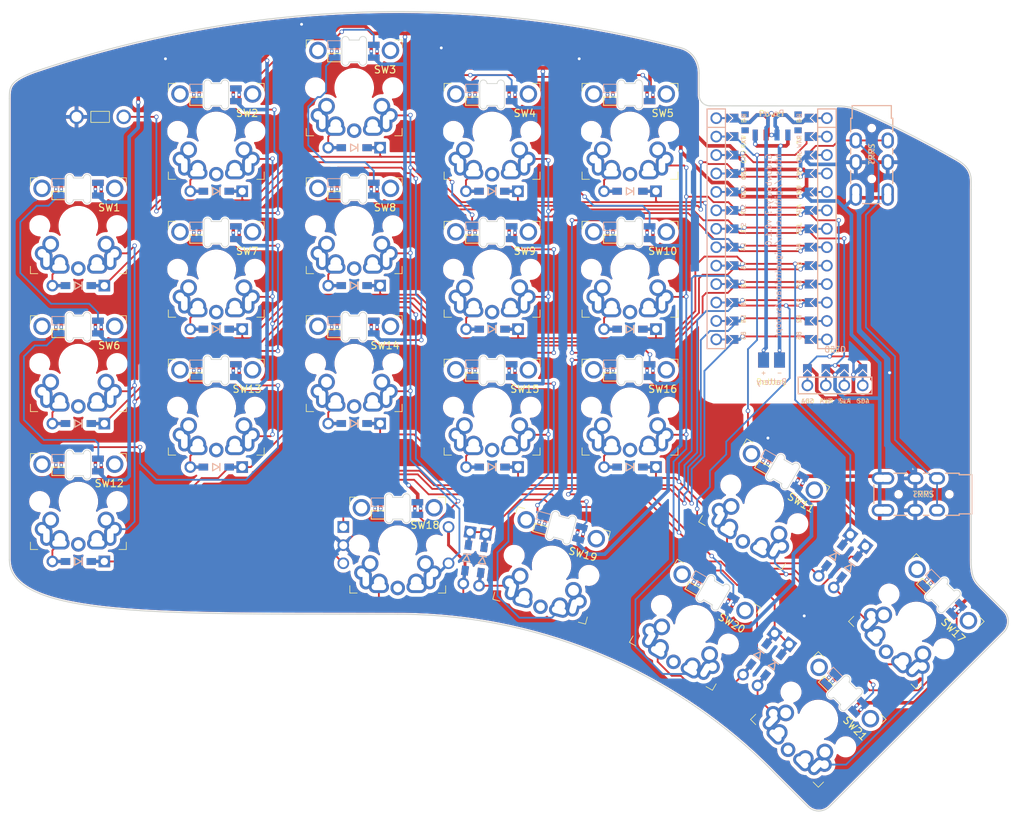
<source format=kicad_pcb>
(kicad_pcb (version 20241229) (generator "pcbnew") (generator_version "9.0")
  (title_block (title "Howarya?") (date "2022-08-05") (rev "0.2.2") (company "jmnw"))
  (layers (0 "F.Cu" signal) (2 "B.Cu" signal) (13 "F.Paste" user) (15 "B.Paste" user) (5 "F.SilkS" user "F.Silkscreen") (7 "B.SilkS" user "B.Silkscreen") (1 "F.Mask" user) (3 "B.Mask" user) (25 "Edge.Cuts" user))
  (net 0 "")
  (net 1 "Net-(BT1--)")
  (net 2 "row0")
  (net 3 "GND")
  (net 4 "VCC")
  (net 5 "row1")
  (net 6 "data")
  (net 7 "reset")
  (net 8 "row2")
  (net 9 "row3")
  (net 10 "er0")
  (net 11 "col2")
  (net 12 "edb")
  (net 13 "eda")
  (net 14 "Net-(D1-A)")
  (net 15 "Net-(D2-A)")
  (net 16 "Net-(D3-A)")
  (net 17 "Net-(D4-A)")
  (net 18 "Net-(D5-A)")
  (net 19 "Net-(D6-A)")
  (net 20 "Net-(D7-A)")
  (net 21 "Net-(D8-A)")
  (net 22 "Net-(D9-A)")
  (net 23 "Net-(D10-A)")
  (net 24 "Net-(D11-A)")
  (net 25 "Net-(D12-A)")
  (net 26 "Net-(D13-A)")
  (net 27 "Net-(D14-A)")
  (net 28 "Net-(D15-A)")
  (net 29 "Net-(D17-A)")
  (net 31 "led")
  (net 32 "sda")
  (net 33 "sla")
  (net 35 "col0")
  (net 36 "col1")
  (net 37 "col3")
  (net 38 "col4")
  (net 39 "Net-(L1-DIN)")
  (net 40 "Net-(L2-DIN)")
  (net 41 "Net-(L2-DOUT)")
  (net 42 "Net-(L3-DIN)")
  (net 43 "Net-(L4-DOUT)")
  (net 44 "Net-(L4-DIN)")
  (net 45 "Net-(L10-DOUT)")
  (net 46 "Net-(L11-DOUT)")
  (net 47 "Net-(L12-DIN)")
  (net 48 "Net-(L14-DIN)")
  (net 49 "Net-(L10-DIN)")
  (net 50 "Net-(L13-DIN)")
  (net 51 "Net-(L14-DOUT)")
  (net 52 "Net-(L15-DIN)")
  (net 55 "bat+")
  (net 56 "bat-")
  (net 59 "Net-(D19-A)")
  (net 61 "col5")
  (net 62 "Net-(D20-A)")
  (net 63 "Net-(D21-A)")
  (net 67 "Net-(D16-A)")
  (net 68 "Net-(L12-DOUT)")
  (net 69 "Net-(L15-DOUT)")
  (net 70 "Net-(L16-DIN)")
  (net 71 "Net-(L17-DOUT)")
  (net 73 "Net-(L18-DIN)")
  (net 74 "Net-(L20-DIN)")
  (footprint "swoop:D_SMD_TH" (layer "F.Cu") (at 94 100.25 180)
    (property "Reference" "D6" (hide yes))
    (property "Value" "1N4148" (hide yes))
  )
  (footprint "swoop:D_SMD_TH" (layer "F.Cu") (at 113 106.25 180)
    (property "Reference" "D13" (hide yes))
    (property "Value" "1N4148" (hide yes))
  )
  (footprint "switches:SW_Universal_TH_Reversible" (layer "F.Cu") (at 132 92 180)
    (property "Reference" "SW14")
    (property "Value" "MX" (hide yes))
  )
  (footprint "swoop:SK6812_Mini_E" (layer "F.Cu") (at 94.000004 68.060002 180)
    (property "Reference" "L1" (hide yes))
    (property "Value" "SK6812Mini-e" (hide yes))
    (fp_line (start 1.7 1.64) (end 1.7 -1.36) (stroke (width 0.1)) (layer "Edge.Cuts"))
    (fp_line (start -0.7 1.64) (end 0.7 1.64) (stroke (width 0.1)) (layer "Edge.Cuts"))
    (fp_line (start -0.7 -1.36) (end 0.7 -1.36) (stroke (width 0.1)) (layer "Edge.Cuts"))
    (fp_line (start -1.7 -1.36) (end -1.7 1.64) (stroke (width 0.1)) (layer "Edge.Cuts"))
    (fp_arc (start 1.7 1.64) (mid 1.2 2.14) (end 0.7 1.64) (stroke (width 0.1)) (layer "Edge.Cuts"))
    (fp_arc (start 0.7 -1.36) (mid 1.2 -1.86) (end 1.7 -1.36) (stroke (width 0.1)) (layer "Edge.Cuts"))
    (fp_arc (start -0.7 1.64) (mid -1.2 2.14) (end -1.7 1.64) (stroke (width 0.1)) (layer "Edge.Cuts"))
    (fp_arc (start -1.7 -1.36) (mid -1.2 -1.86) (end -0.7 -1.36) (stroke (width 0.1)) (layer "Edge.Cuts"))
  )
  (footprint "swoop:D_SMD_TH" (layer "F.Cu") (at 113 87.25 180)
    (property "Reference" "D7" (hide yes))
    (property "Value" "1N4148" (hide yes))
  )
  (footprint "swoop:SK6812_Mini_E" (layer "F.Cu") (at 169.999997 55.060004 180)
    (property "Reference" "L5" (hide yes))
    (property "Value" "SK6812Mini-e" (hide yes))
    (fp_line (start 1.7 1.64) (end 1.7 -1.36) (stroke (width 0.1)) (layer "Edge.Cuts"))
    (fp_line (start -0.7 1.64) (end 0.7 1.64) (stroke (width 0.1)) (layer "Edge.Cuts"))
    (fp_line (start -0.7 -1.36) (end 0.7 -1.36) (stroke (width 0.1)) (layer "Edge.Cuts"))
    (fp_line (start -1.7 -1.36) (end -1.7 1.64) (stroke (width 0.1)) (layer "Edge.Cuts"))
    (fp_arc (start 1.7 1.64) (mid 1.2 2.14) (end 0.7 1.64) (stroke (width 0.1)) (layer "Edge.Cuts"))
    (fp_arc (start 0.7 -1.36) (mid 1.2 -1.86) (end 1.7 -1.36) (stroke (width 0.1)) (layer "Edge.Cuts"))
    (fp_arc (start -0.7 1.64) (mid -1.2 2.14) (end -1.7 1.64) (stroke (width 0.1)) (layer "Edge.Cuts"))
    (fp_arc (start -1.7 -1.36) (mid -1.2 -1.86) (end -0.7 -1.36) (stroke (width 0.1)) (layer "Edge.Cuts"))
  )
  (footprint "swoop:D_SMD_TH" (layer "F.Cu") (at 132 62.25 180)
    (property "Reference" "D3" (hide yes))
    (property "Value" "1N4148" (hide yes))
  )
  (footprint "swoop:SK6812_Mini_E" (layer "F.Cu") (at 112.999999 55.059996 180)
    (property "Reference" "L2" (hide yes))
    (property "Value" "SK6812Mini-e" (hide yes))
    (fp_line (start 1.7 1.64) (end 1.7 -1.36) (stroke (width 0.1)) (layer "Edge.Cuts"))
    (fp_line (start -0.7 1.64) (end 0.7 1.64) (stroke (width 0.1)) (layer "Edge.Cuts"))
    (fp_line (start -0.7 -1.36) (end 0.7 -1.36) (stroke (width 0.1)) (layer "Edge.Cuts"))
    (fp_line (start -1.7 -1.36) (end -1.7 1.64) (stroke (width 0.1)) (layer "Edge.Cuts"))
    (fp_arc (start 1.7 1.64) (mid 1.2 2.14) (end 0.7 1.64) (stroke (width 0.1)) (layer "Edge.Cuts"))
    (fp_arc (start 0.7 -1.36) (mid 1.2 -1.86) (end 1.7 -1.36) (stroke (width 0.1)) (layer "Edge.Cuts"))
    (fp_arc (start -0.7 1.64) (mid -1.2 2.14) (end -1.7 1.64) (stroke (width 0.1)) (layer "Edge.Cuts"))
    (fp_arc (start -1.7 -1.36) (mid -1.2 -1.86) (end -0.7 -1.36) (stroke (width 0.1)) (layer "Edge.Cuts"))
  )
  (footprint "swoop:SK6812_Mini_E" (layer "F.Cu") (at 131.999993 87.060005 180)
    (property "Reference" "L14" (hide yes))
    (property "Value" "SK6812Mini-e" (hide yes))
    (fp_line (start 1.7 1.64) (end 1.7 -1.36) (stroke (width 0.1)) (layer "Edge.Cuts"))
    (fp_line (start -0.7 1.64) (end 0.7 1.64) (stroke (width 0.1)) (layer "Edge.Cuts"))
    (fp_line (start -0.7 -1.36) (end 0.7 -1.36) (stroke (width 0.1)) (layer "Edge.Cuts"))
    (fp_line (start -1.7 -1.36) (end -1.7 1.64) (stroke (width 0.1)) (layer "Edge.Cuts"))
    (fp_arc (start 1.7 1.64) (mid 1.2 2.14) (end 0.7 1.64) (stroke (width 0.1)) (layer "Edge.Cuts"))
    (fp_arc (start 0.7 -1.36) (mid 1.2 -1.86) (end 1.7 -1.36) (stroke (width 0.1)) (layer "Edge.Cuts"))
    (fp_arc (start -0.7 1.64) (mid -1.2 2.14) (end -1.7 1.64) (stroke (width 0.1)) (layer "Edge.Cuts"))
    (fp_arc (start -1.7 -1.36) (mid -1.2 -1.86) (end -0.7 -1.36) (stroke (width 0.1)) (layer "Edge.Cuts"))
  )
  (footprint "switches:SW_Universal_TH_Reversible" (layer "F.Cu") (at 178.937837 127.969909 150)
    (property "Reference" "SW20")
    (property "Value" "MX" (hide yes))
  )
  (footprint "buttons:SW_TH_1TS002A" (layer "F.Cu") (at 97 58 180)
    (property "Reference" "RSW1")
    (property "Value" "Reset" (hide yes))
  )
  (footprint "swoop:RotaryEncoder" (layer "F.Cu") (at 138 117)
    (property "Reference" "EN1")
    (property "Value" "RotaryEncoder_Switch")
  )
  (footprint "swoop:SK6812_Mini_E" (layer "F.Cu") (at 132.000011 49.059497 180)
    (property "Reference" "L3" (hide yes))
    (property "Value" "SK6812Mini-e" (hide yes))
    (fp_line (start 1.7 1.64) (end 1.7 -1.36) (stroke (width 0.1)) (layer "Edge.Cuts"))
    (fp_line (start -0.7 1.64) (end 0.7 1.64) (stroke (width 0.1)) (layer "Edge.Cuts"))
    (fp_line (start -0.7 -1.36) (end 0.7 -1.36) (stroke (width 0.1)) (layer "Edge.Cuts"))
    (fp_line (start -1.7 -1.36) (end -1.7 1.64) (stroke (width 0.1)) (layer "Edge.Cuts"))
    (fp_arc (start 1.7 1.64) (mid 1.2 2.14) (end 0.7 1.64) (stroke (width 0.1)) (layer "Edge.Cuts"))
    (fp_arc (start 0.7 -1.36) (mid 1.2 -1.86) (end 1.7 -1.36) (stroke (width 0.1)) (layer "Edge.Cuts"))
    (fp_arc (start -0.7 1.64) (mid -1.2 2.14) (end -1.7 1.64) (stroke (width 0.1)) (layer "Edge.Cuts"))
    (fp_arc (start -1.7 -1.36) (mid -1.2 -1.86) (end -0.7 -1.36) (stroke (width 0.1)) (layer "Edge.Cuts"))
  )
  (footprint "swoop:SK6812_Mini_E" (layer "F.Cu") (at 138 112.060001 180)
    (property "Reference" "L18" (hide yes))
    (property "Value" "SK6812Mini-e" (hide yes))
    (fp_line (start 1.7 1.64) (end 1.7 -1.36) (stroke (width 0.1)) (layer "Edge.Cuts"))
    (fp_line (start -0.7 1.64) (end 0.7 1.64) (stroke (width 0.1)) (layer "Edge.Cuts"))
    (fp_line (start -0.7 -1.36) (end 0.7 -1.36) (stroke (width 0.1)) (layer "Edge.Cuts"))
    (fp_line (start -1.7 -1.36) (end -1.7 1.64) (stroke (width 0.1)) (layer "Edge.Cuts"))
    (fp_arc (start 1.7 1.64) (mid 1.2 2.14) (end 0.7 1.64) (stroke (width 0.1)) (layer "Edge.Cuts"))
    (fp_arc (start 0.7 -1.36) (mid 1.2 -1.86) (end 1.7 -1.36) (stroke (width 0.1)) (layer "Edge.Cuts"))
    (fp_arc (start -0.7 1.64) (mid -1.2 2.14) (end -1.7 1.64) (stroke (width 0.1)) (layer "Edge.Cuts"))
    (fp_arc (start -1.7 -1.36) (mid -1.2 -1.86) (end -0.7 -1.36) (stroke (width 0.1)) (layer "Edge.Cuts"))
  )
  (footprint "swoop:SK6812_Mini_E" (layer "F.Cu") (at 169.999992 74.059996 180)
    (property "Reference" "L10" (hide yes))
    (property "Value" "SK6812Mini-e" (hide yes))
    (fp_line (start 1.7 1.64) (end 1.7 -1.36) (stroke (width 0.1)) (layer "Edge.Cuts"))
    (fp_line (start -0.7 1.64) (end 0.7 1.64) (stroke (width 0.1)) (layer "Edge.Cuts"))
    (fp_line (start -0.7 -1.36) (end 0.7 -1.36) (stroke (width 0.1)) (layer "Edge.Cuts"))
    (fp_line (start -1.7 -1.36) (end -1.7 1.64) (stroke (width 0.1)) (layer "Edge.Cuts"))
    (fp_arc (start 1.7 1.64) (mid 1.2 2.14) (end 0.7 1.64) (stroke (width 0.1)) (layer "Edge.Cuts"))
    (fp_arc (start 0.7 -1.36) (mid 1.2 -1.86) (end 1.7 -1.36) (stroke (width 0.1)) (layer "Edge.Cuts"))
    (fp_arc (start -0.7 1.64) (mid -1.2 2.14) (end -1.7 1.64) (stroke (width 0.1)) (layer "Edge.Cuts"))
    (fp_arc (start -1.7 -1.36) (mid -1.2 -1.86) (end -0.7 -1.36) (stroke (width 0.1)) (layer "Edge.Cuts"))
  )
  (footprint "swoop:SK6812_Mini_E" (layer "F.Cu") (at 199.5 137.5 135)
    (property "Reference" "L21" (hide yes))
    (property "Value" "SK6812Mini-e" (hide yes))
    (fp_line (start -0.7 -1.36) (end 0.7 -1.36) (stroke (width 0.1)) (layer "Edge.Cuts"))
    (fp_line (start 1.7 1.640001) (end 1.7 -1.36) (stroke (width 0.1)) (layer "Edge.Cuts"))
    (fp_line (start -1.7 -1.36) (end -1.7 1.640001) (stroke (width 0.1)) (layer "Edge.Cuts"))
    (fp_line (start -0.7 1.64) (end 0.7 1.64) (stroke (width 0.1)) (layer "Edge.Cuts"))
    (fp_arc (start 0.7 -1.36) (mid 1.200001 -1.86) (end 1.7 -1.36) (stroke (width 0.1)) (layer "Edge.Cuts"))
    (fp_arc (start 1.7 1.640001) (mid 1.200001 2.14) (end 0.7 1.64) (stroke (width 0.1)) (layer "Edge.Cuts"))
    (fp_arc (start -1.7 -1.36) (mid -1.200001 -1.86) (end -0.7 -1.36) (stroke (width 0.1)) (layer "Edge.Cuts"))
    (fp_arc (start -0.7 1.64) (mid -1.200001 2.14) (end -1.7 1.640001) (stroke (width 0.1)) (layer "Edge.Cuts"))
  )
  (footprint "mcu:U_ProMicro_nRF52840_TH_Reversible" (layer "F.Cu") (at 189.5 73.42)
    (property "Reference" "U1")
    (property "Value" "~" (hide yes))
  )
  (footprint "swoop:Power" (layer "F.Cu") (at 189.5 58.75 180)
    (property "Reference" "PSW1" (hide yes))
    (property "Value" "Power")
  )
  (footprint "swoop:SK6812_Mini_E" (layer "F.Cu") (at 181.407837 123.690973 150)
    (property "Reference" "L20" (hide yes))
    (property "Value" "SK6812Mini-e" (hide yes))
    (fp_line (start 1.7 1.64) (end 1.7 -1.36) (stroke (width 0.1)) (layer "Edge.Cuts"))
    (fp_line (start -0.7 -1.36) (end 0.7 -1.36) (stroke (width 0.1)) (layer "Edge.Cuts"))
    (fp_line (start -1.7 -1.36) (end -1.7 1.64) (stroke (width 0.1)) (layer "Edge.Cuts"))
    (fp_line (start -0.7 1.64) (end 0.7 1.64) (stroke (width 0.1)) (layer "Edge.Cuts"))
    (fp_arc (start 0.7 -1.36) (mid 1.2 -1.86) (end 1.7 -1.36) (stroke (width 0.1)) (layer "Edge.Cuts"))
    (fp_arc (start 1.7 1.64) (mid 1.199999 2.14) (end 0.7 1.64) (stroke (width 0.1)) (layer "Edge.Cuts"))
    (fp_arc (start -1.7 -1.36) (mid -1.199999 -1.86) (end -0.7 -1.36) (stroke (width 0.1)) (layer "Edge.Cuts"))
    (fp_arc (start -0.7 1.64) (mid -1.2 2.139999) (end -1.7 1.64) (stroke (width 0.1)) (layer "Edge.Cuts"))
  )
  (footprint "swoop:D_SMD_TH" (layer "F.Cu") (at 198.169448 118.408202 -127.5)
    (property "Reference" "D11" (hide yes))
    (property "Value" "1N4148" (hide yes))
  )
  (footprint "swoop:D_SMD_TH" (layer "F.Cu") (at 189.75 133.5 -127.5)
    (property "Reference" "D21" (hide yes))
    (property "Value" "1N4148" (hide yes))
  )
  (footprint "switches:SW_Universal_TH_Reversible" (layer "F.Cu") (at 151 79 180)
    (property "Reference" "SW9")
    (property "Value" "MX" (hide yes))
  )
  (footprint "switches:SW_Universal_TH_Reversible" (layer "F.Cu") (at 94 111 180)
    (property "Reference" "SW12")
    (property "Value" "MX" (hide yes))
  )
  (footprint "swoop:D_SMD_TH" (layer "F.Cu") (at 187.75 132 -127.5)
    (property "Reference" "D20" (hide yes))
    (property "Value" "1N4148" (hide yes))
  )
  (footprint "switches:SW_Universal_TH_Reversible" (layer "F.Cu") (at 188.492447 111.383605 150)
    (property "Reference" "SW11")
    (property "Value" "MX" (hide yes))
  )
  (footprint "swoop:D_SMD_TH" (layer "F.Cu") (at 151 106.25 180)
    (property "Reference" "D15" (hide yes))
    (property "Value" "1N4148" (hide yes))
  )
  (footprint "switches:SW_Universal_TH_Reversible" (layer "F.Cu") (at 170 79 180)
    (property "Reference" "SW10")
    (property "Value" "MX" (hide yes))
  )
  (footprint "switches:SW_Universal_TH_Reversible" (layer "F.Cu") (at 94 92 180)
    (property "Reference" "SW6")
    (property "Value" "MX" (hide yes))
  )
  (footprint "switches:SW_Universal_TH_Reversible" (layer "F.Cu") (at 112.999999 98 180)
    (property "Reference" "SW13")
    (property "Value" "MX" (hide yes))
  )
  (footprint "swoop:TRRS-3pin" (layer "F.Cu") (at 215.5 110 -90)
    (property "Reference" "J1")
    (property "Value" "TRRS" (hide yes))
  )
  (footprint "switches:SW_Universal_TH_Reversible" (layer "F.Cu") (at 132 53.999499 180)
    (property "Reference" "SW3")
    (property "Value" "MX" (hide yes))
  )
  (footprint "switches:SW_Universal_TH_Reversible" (layer "F.Cu") (at 195.943119 141.016473 135)
    (property "Reference" "SW21")
    (property "Value" "MX" (hide yes))
  )
  (footprint "swoop:D_SMD_TH" (layer "F.Cu") (at 147.5 118.75 -97.5)
    (property "Reference" "D18" (hide yes))
    (property "Value" "1N4148" (hide yes))
  )
  (footprint "switches:SW_Universal_TH_Reversible" (layer "F.Cu") (at 170 60 180)
    (property "Reference" "SW5")
    (property "Value" "MX" (hide yes))
  )
  (footprint "swoop:D_SMD_TH" (layer "F.Cu") (at 94 119.25 180)
    (property "Reference" "D12" (hide yes))
    (property "Value" "1N4148" (hide yes))
  )
  (footprint "switches:SW_Universal_TH_Reversible" (layer "F.Cu") (at 138 117 180)
    (property "Reference" "SW18")
    (property "Value" "MX" (hide yes))
  )
  (footprint "switches:SW_Universal_TH_Reversible" (layer "F.Cu") (at 209.447447 127.512605 135)
    (property "Reference" "SW17")
    (property "Value" "MX" (hide yes))
  )
  (footprint "swoop:D_SMD_TH" (layer "F.Cu") (at 149.668511 119.048995 -97.5)
    (property "Reference" "D19" (hide yes))
    (property "Value" "1N4148" (hide yes))
  )
  (footprint "swoop:SK6812_Mini_E" (layer "F.Cu") (at 132.000003 68.06 180)
    (property "Reference" "L8" (hide yes))
    (property "Value" "SK6812Mini-e" (hide yes))
    (fp_line (start 1.7 1.64) (end 1.7 -1.36) (stroke (width 0.1)) (layer "Edge.Cuts"))
    (fp_line (start -0.7 1.64) (end 0.7 1.64) (stroke (width 0.1)) (layer "Edge.Cuts"))
    (fp_line (start -0.7 -1.36) (end 0.7 -1.36) (stroke (width 0.1)) (layer "Edge.Cuts"))
    (fp_line (start -1.7 -1.36) (end -1.7 1.64) (stroke (width 0.1)) (layer "Edge.Cuts"))
    (fp_arc (start 1.7 1.64) (mid 1.2 2.14) (end 0.7 1.64) (stroke (width 0.1)) (layer "Edge.Cuts"))
    (fp_arc (start 0.7 -1.36) (mid 1.2 -1.86) (end 1.7 -1.36) (stroke (width 0.1)) (layer "Edge.Cuts"))
    (fp_arc (start -0.7 1.64) (mid -1.2 2.14) (end -1.7 1.64) (stroke (width 0.1)) (layer "Edge.Cuts"))
    (fp_arc (start -1.7 -1.36) (mid -1.2 -1.86) (end -0.7 -1.36) (stroke (width 0.1)) (layer "Edge.Cuts"))
  )
  (footprint "swoop:D_SMD_TH" (layer "F.Cu") (at 132 81.25 180)
    (property "Reference" "D8" (hide yes))
    (property "Value" "1N4148" (hide yes))
  )
  (footprint "swoop:OLED_jumpers" (layer "F.Cu") (at 194.44 95)
    (property "Reference" "O1" (hide yes))
    (property "Value" "OLED")
  )
  (footprint "switches:SW_Universal_TH_Reversible" (layer "F.Cu") (at 93.999993 73 180)
    (property "Reference" "SW1")
    (property "Value" "MX" (hide yes))
  )
  (footprint "switches:SW_Universal_TH_Reversible" (layer "F.Cu") (at 151 98 180)
    (property "Reference" "SW15")
    (property "Value" "MX" (hide yes))
  )
  (footprint "switches:SW_Universal_TH_Reversible" (layer "F.Cu") (at 113 79 180)
    (property "Reference" "SW7")
    (property "Value" "MX" (hide yes))
  )
  (footprint "swoop:SK6812_Mini_E" (layer "F.Cu") (at 191 107 150)
    (property "Reference" "L11" (hide yes))
    (property "Value" "SK6812Mini-e" (hide yes))
    (fp_line (start 1.7 1.64) (end 1.7 -1.36) (stroke (width 0.1)) (layer "Edge.Cuts"))
    (fp_line (start -0.7 -1.36) (end 0.7 -1.36) (stroke (width 0.1)) (layer "Edge.Cuts"))
    (fp_line (start -1.7 -1.36) (end -1.7 1.64) (stroke (width 0.1)) (layer "Edge.Cuts"))
    (fp_line (start -0.7 1.64) (end 0.7 1.64) (stroke (width 0.1)) (layer "Edge.Cuts"))
    (fp_arc (start 0.7 -1.36) (mid 1.2 -1.86) (end 1.7 -1.36) (stroke (width 0.1)) (layer "Edge.Cuts"))
    (fp_arc (start 1.7 1.64) (mid 1.199999 2.14) (end 0.7 1.64) (stroke (width 0.1)) (layer "Edge.Cuts"))
    (fp_arc (start -1.7 -1.36) (mid -1.199999 -1.86) (end -0.7 -1.36) (stroke (width 0.1)) (layer "Edge.Cuts"))
    (fp_arc (start -0.7 1.64) (mid -1.2 2.139999) (end -1.7 1.64) (stroke (width 0.1)) (layer "Edge.Cuts"))
  )
  (footprint "switches:SW_Universal_TH_Reversible" (layer "F.Cu") (at 151 60 180)
    (property "Reference" "SW4")
    (property "Value" "MX" (hide yes))
  )
  (footprint "swoop:D_SMD_TH" (layer "F.Cu") (at 132 100.25 180)
    (property "Reference" "D14" (hide yes))
    (property "Value" "1N4148" (hide yes))
  )
  (footprint "swoop:SK6812_Mini_E" (layer "F.Cu") (at 93.999994 106.059998 180)
    (property "Reference" "L12" (hide yes))
    (property "Value" "SK6812Mini-e" (hide yes))
    (fp_line (start 1.7 1.64) (end 1.7 -1.36) (stroke (width 0.1)) (layer "Edge.Cuts"))
    (fp_line (start -0.7 1.64) (end 0.7 1.64) (stroke (width 0.1)) (layer "Edge.Cuts"))
    (fp_line (start -0.7 -1.36) (end 0.7 -1.36) (stroke (width 0.1)) (layer "Edge.Cuts"))
    (fp_line (start -1.7 -1.36) (end -1.7 1.64) (stroke (width 0.1)) (layer "Edge.Cuts"))
    (fp_arc (start 1.7 1.64) (mid 1.2 2.14) (end 0.7 1.64) (stroke (width 0.1)) (layer "Edge.Cuts"))
    (fp_arc (start 0.7 -1.36) (mid 1.2 -1.86) (end 1.7 -1.36) (stroke (width 0.1)) (layer "Edge.Cuts"))
    (fp_arc (start -0.7 1.64) (mid -1.2 2.14) (end -1.7 1.64) (stroke (width 0.1)) (layer "Edge.Cuts"))
    (fp_arc (start -1.7 -1.36) (mid -1.2 -1.86) (end -0.7 -1.36) (stroke (width 0.1)) (layer "Edge.Cuts"))
  )
  (footprint "swoop:D_SMD_TH" (layer "F.Cu") (at 170 68.25 180)
    (property "Reference" "D5" (hide yes))
    (property "Value" "1N4148" (hide yes))
  )
  (footprint "swoop:D_SMD_TH" (layer "F.Cu") (at 170 87.25 180)
    (property "Reference" "D10" (hide yes))
    (property "Value" "1N4148" (hide yes))
  )
  (footprint "switches:SW_Universal_TH_Reversible" (layer "F.Cu") (at 159.190914 119.790219 165)
    (property "Reference" "SW19")
    (property "Value" "MX" (hide yes))
  )
  (footprint "switches:SW_Universal_TH_Reversible" (layer "F.Cu") (at 132 73 180)
    (property "Reference" "SW8")
    (property "Value" "MX" (hide yes))
  )
  (footprint "swoop:SK6812_Mini_E" (layer "F.Cu") (at 160.469478 114.748549 165)
    (property "Reference" "L19" (hide yes))
    (property "Value" "SK6812Mini-e" (hide yes))
    (fp_line (start 1.7 1.64) (end 1.7 -1.36) (stroke (width 0.1)) (layer "Edge.Cuts"))
    (fp_line (start -0.7 -1.36) (end 0.7 -1.36) (stroke (width 0.1)) (layer "Edge.Cuts"))
    (fp_line (start -0.7 1.64) (end 0.7 1.64) (stroke (width 0.1)) (layer "Edge.Cuts"))
    (fp_line (start -1.7 -1.36) (end -1.7 1.64) (stroke (width 0.1)) (layer "Edge.Cuts"))
    (fp_arc (start 1.7 1.64) (mid 1.2 2.14) (end 0.7 1.64) (stroke (width 0.1)) (layer "Edge.Cuts"))
    (fp_arc (start 0.7 -1.36) (mid 1.2 -1.86) (end 1.7 -1.36) (stroke (width 0.1)) (layer "Edge.Cuts"))
    (fp_arc (start -0.7 1.64) (mid -1.2 2.14) (end -1.7 1.64) (stroke (width 0.1)) (layer "Edge.Cuts"))
    (fp_arc (start -1.7 -1.36) (mid -1.2 -1.86) (end -0.7 -1.36) (stroke (width 0.1)) (layer "Edge.Cuts"))
  )
  (footprint "swoop:D_SMD_TH" (layer "F.Cu") (at 150.975 68.25 180)
    (property "Reference" "D4" (hide yes))
    (property "Value" "1N4148" (hide yes))
  )
  (footprint "swoop:SK6812_Mini_E" (layer "F.Cu") (at 150.999998 93.060002 180)
    (property "Reference" "L15" (hide yes))
    (property "Value" "SK6812Mini-e" (hide yes))
    (fp_line (start 1.7 1.64) (end 1.7 -1.36) (stroke (width 0.1)) (layer "Edge.Cuts"))
    (fp_line (start -0.7 1.64) (end 0.7 1.64) (stroke (width 0.1)) (layer "Edge.Cuts"))
    (fp_line (start -0.7 -1.36) (end 0.7 -1.36) (stroke (width 0.1)) (layer "Edge.Cuts"))
    (fp_line (start -1.7 -1.36) (end -1.7 1.64) (stroke (width 0.1)) (layer "Edge.Cuts"))
    (fp_arc (start 1.7 1.64) (mid 1.2 2.14) (end 0.7 1.64) (stroke (width 0.1)) (layer "Edge.Cuts"))
    (fp_arc (start 0.7 -1.36) (mid 1.2 -1.86) (end 1.7 -1.36) (stroke (width 0.1)) (layer "Edge.Cuts"))
    (fp_arc (start -0.7 1.64) (mid -1.2 2.14) (end -1.7 1.64) (stroke (width 0.1)) (layer "Edge.Cuts"))
    (fp_arc (start -1.7 -1.36) (mid -1.2 -1.86) (end -0.7 -1.36) (stroke (width 0.1)) (layer "Edge.Cuts"))
  )
  (footprint "swoop:D_SMD_TH" (layer "F.Cu") (at 113 68.25 180)
    (property "Reference" "D2" (hide yes))
    (property "Value" "1N4148" (hide yes))
  )
  (footprint "swoop:D_SMD_TH" (layer "F.Cu") (at 151 87.25 180)
    (property "Reference" "D9" (hide yes))
    (property "Value" "1N4148" (hide yes))
  )
  (footprint "swoop:D_SMD_TH" (layer "F.Cu") (at 170 106.25 180)
    (property "Reference" "D16" (hide yes))
    (property "Value" "1N4148" (hide yes))
  )
  (footprint "swoop:TRRS-3pin" (layer "F.Cu") (at 203.3 58.05)
    (property "Reference" "J1")
    (property "Value" "TRRS" (hide yes))
  )
  (footprint "swoop:Battery_pads_reversible" (layer "F.Cu") (at 189.5 91.5)
    (property "Reference" "BT1" (hide yes))
    (property "Value" "Battery")
  )
  (footprint "swoop:SK6812_Mini_E" (layer "F.Cu") (at 169.999991 93.06 180)
    (property "Reference" "L16" (hide yes))
    (property "Value" "SK6812Mini-e" (hide yes))
    (fp_line (start 1.7 1.64) (end 1.7 -1.36) (stroke (width 0.1)) (layer "Edge.Cuts"))
    (fp_line (start -0.7 1.64) (end 0.7 1.64) (stroke (width 0.1)) (layer "Edge.Cuts"))
    (fp_line (start -0.7 -1.36) (end 0.7 -1.36) (stroke (width 0.1)) (layer "Edge.Cuts"))
    (fp_line (start -1.7 -1.36) (end -1.7 1.64) (stroke (width 0.1)) (layer "Edge.Cuts"))
    (fp_arc (start 1.7 1.64) (mid 1.2 2.14) (end 0.7 1.64) (stroke (width 0.1)) (layer "Edge.Cuts"))
    (fp_arc (start 0.7 -1.36) (mid 1.2 -1.86) (end 1.7 -1.36) (stroke (width 0.1)) (layer "Edge.Cuts"))
    (fp_arc (start -0.7 1.64) (mid -1.2 2.14) (end -1.7 1.64) (stroke (width 0.1)) (layer "Edge.Cuts"))
    (fp_arc (start -1.7 -1.36) (mid -1.2 -1.86) (end -0.7 -1.36) (stroke (width 0.1)) (layer "Edge.Cuts"))
  )
  (footprint "swoop:SK6812_Mini_E" (layer "F.Cu") (at 151.000001 74.060008 180)
    (property "Reference" "L9" (hide yes))
    (property "Value" "SK6812Mini-e" (hide yes))
    (fp_line (start 1.7 1.64) (end 1.7 -1.36) (stroke (width 0.1)) (layer "Edge.Cuts"))
    (fp_line (start -0.7 1.64) (end 0.7 1.64) (stroke (width 0.1)) (layer "Edge.Cuts"))
    (fp_line (start -0.7 -1.36) (end 0.7 -1.36) (stroke (width 0.1)) (layer "Edge.Cuts"))
    (fp_line (start -1.7 -1.36) (end -1.7 1.64) (stroke (width 0.1)) (layer "Edge.Cuts"))
    (fp_arc (start 1.7 1.64) (mid 1.2 2.14) (end 0.7 1.64) (stroke (width 0.1)) (layer "Edge.Cuts"))
    (fp_arc (start 0.7 -1.36) (mid 1.2 -1.86) (end 1.7 -1.36) (stroke (width 0.1)) (layer "Edge.Cuts"))
    (fp_arc (start -0.7 1.64) (mid -1.2 2.14) (end -1.7 1.64) (stroke (width 0.1)) (layer "Edge.Cuts"))
    (fp_arc (start -1.7 -1.36) (mid -1.2 -1.86) (end -0.7 -1.36) (stroke (width 0.1)) (layer "Edge.Cuts"))
  )
  (footprint "swoop:SK6812_Mini_E" (layer "F.Cu") (at 150.999993 55.060001 180)
    (property "Reference" "L4" (hide yes))
    (property "Value" "SK6812Mini-e" (hide yes))
    (fp_line (start 1.7 1.64) (end 1.7 -1.36) (stroke (width 0.1)) (layer "Edge.Cuts"))
    (fp_line (start -0.7 1.64) (end 0.7 1.64) (stroke (width 0.1)) (layer "Edge.Cuts"))
    (fp_line (start -0.7 -1.36) (end 0.7 -1.36) (stroke (width 0.1)) (layer "Edge.Cuts"))
    (fp_line (start -1.7 -1.36) (end -1.7 1.64) (stroke (width 0.1)) (layer "Edge.Cuts"))
    (fp_arc (start 1.7 1.64) (mid 1.2 2.14) (end 0.7 1.64) (stroke (width 0.1)) (layer "Edge.Cuts"))
    (fp_arc (start 0.7 -1.36) (mid 1.2 -1.86) (end 1.7 -1.36) (stroke (width 0.1)) (layer "Edge.Cuts"))
    (fp_arc (start -0.7 1.64) (mid -1.2 2.14) (end -1.7 1.64) (stroke (width 0.1)) (layer "Edge.Cuts"))
    (fp_arc (start -1.7 -1.36) (mid -1.2 -1.86) (end -0.7 -1.36) (stroke (width 0.1)) (layer "Edge.Cuts"))
  )
  (footprint "swoop:SK6812_Mini_E" (layer "F.Cu") (at 213 124 135)
    (property "Reference" "L17" (hide yes))
    (property "Value" "SK6812Mini-e" (hide yes))
    (fp_line (start -0.7 -1.36) (end 0.7 -1.36) (stroke (width 0.1)) (layer "Edge.Cuts"))
    (fp_line (start 1.7 1.640001) (end 1.7 -1.36) (stroke (width 0.1)) (layer "Edge.Cuts"))
    (fp_line (start -1.7 -1.36) (end -1.7 1.640001) (stroke (width 0.1)) (layer "Edge.Cuts"))
    (fp_line (start -0.7 1.64) (end 0.7 1.64) (stroke (width 0.1)) (layer "Edge.Cuts"))
    (fp_arc (start 0.7 -1.36) (mid 1.200001 -1.86) (end 1.7 -1.36) (stroke (width 0.1)) (layer "Edge.Cuts"))
    (fp_arc (start 1.7 1.640001) (mid 1.200001 2.14) (end 0.7 1.64) (stroke (width 0.1)) (layer "Edge.Cuts"))
    (fp_arc (start -1.7 -1.36) (mid -1.200001 -1.86) (end -0.7 -1.36) (stroke (width 0.1)) (layer "Edge.Cuts"))
    (fp_arc (start -0.7 1.64) (mid -1.200001 2.14) (end -1.7 1.640001) (stroke (width 0.1)) (layer "Edge.Cuts"))
  )
  (footprint "swoop:SK6812_Mini_E" (layer "F.Cu") (at 112.999997 74.060002 180)
    (property "Reference" "L7" (hide yes))
    (property "Value" "SK6812Mini-e" (hide yes))
    (fp_line (start 1.7 1.64) (end 1.7 -1.36) (stroke (width 0.1)) (layer "Edge.Cuts"))
    (fp_line (start -0.7 1.64) (end 0.7 1.64) (stroke (width 0.1)) (layer "Edge.Cuts"))
    (fp_line (start -0.7 -1.36) (end 0.7 -1.36) (stroke (width 0.1)) (layer "Edge.Cuts"))
    (fp_line (start -1.7 -1.36) (end -1.7 1.64) (stroke (width 0.1)) (layer "Edge.Cuts"))
    (fp_arc (start 1.7 1.64) (mid 1.2 2.14) (end 0.7 1.64) (stroke (width 0.1)) (layer "Edge.Cuts"))
    (fp_arc (start 0.7 -1.36) (mid 1.2 -1.86) (end 1.7 -1.36) (stroke (width 0.1)) (layer "Edge.Cuts"))
    (fp_arc (start -0.7 1.64) (mid -1.2 2.14) (end -1.7 1.64) (stroke (width 0.1)) (layer "Edge.Cuts"))
    (fp_arc (start -1.7 -1.36) (mid -1.2 -1.86) (end -0.7 -1.36) (stroke (width 0.1)) (layer "Edge.Cuts"))
  )
  (footprint "swoop:D_SMD_TH" (layer "F.Cu") (at 200.25 120 -127.5)
    (property "Reference" "D17" (hide yes))
    (property "Value" "1N4148" (hide yes))
  )
  (footprint "swoop:D_SMD_TH" (layer "F.Cu") (at 94 81.25 180)
    (property "Reference" "D1" (hide yes))
    (property "Value" "1N4148" (hide yes))
  )
  (footprint "switches:SW_Universal_TH_Reversible" (layer "F.Cu") (at 170 98 180)
    (property "Reference" "SW16")
    (property "Value" "MX" (hide yes))
  )
  (footprint "swoop:SK6812_Mini_E" (layer "F.Cu") (at 93.999994 87.060006 180)
    (property "Reference" "L6" (hide yes))
    (property "Value" "SK6812Mini-e" (hide yes))
    (fp_line (start 1.7 1.64) (end 1.7 -1.36) (stroke (width 0.1)) (layer "Edge.Cuts"))
    (fp_line (start -0.7 1.64) (end 0.7 1.64) (stroke (width 0.1)) (layer "Edge.Cuts"))
    (fp_line (start -0.7 -1.36) (end 0.7 -1.36) (stroke (width 0.1)) (layer "Edge.Cuts"))
    (fp_line (start -1.7 -1.36) (end -1.7 1.64) (stroke (width 0.1)) (layer "Edge.Cuts"))
    (fp_arc (start 1.7 1.64) (mid 1.2 2.14) (end 0.7 1.64) (stroke (width 0.1)) (layer "Edge.Cuts"))
    (fp_arc (start 0.7 -1.36) (mid 1.2 -1.86) (end 1.7 -1.36) (stroke (width 0.1)) (layer "Edge.Cuts"))
    (fp_arc (start -0.7 1.64) (mid -1.2 2.14) (end -1.7 1.64) (stroke (width 0.1)) (layer "Edge.Cuts"))
    (fp_arc (start -1.7 -1.36) (mid -1.2 -1.86) (end -0.7 -1.36) (stroke (width 0.1)) (layer "Edge.Cuts"))
  )
  (footprint "swoop:SK6812_Mini_E" (layer "F.Cu") (at 112.999996 93.059994 180)
    (property "Reference" "L13" (hide yes))
    (property "Value" "SK6812Mini-e" (hide yes))
    (fp_line (start 1.7 1.64) (end 1.7 -1.36) (stroke (width 0.1)) (layer "Edge.Cuts"))
    (fp_line (start -0.7 1.64) (end 0.7 1.64) (stroke (width 0.1)) (layer "Edge.Cuts"))
    (fp_line (start -0.7 -1.36) (end 0.7 -1.36) (stroke (width 0.1)) (layer "Edge.Cuts"))
    (fp_line (start -1.7 -1.36) (end -1.7 1.64) (stroke (width 0.1)) (layer "Edge.Cuts"))
    (fp_arc (start 1.7 1.64) (mid 1.2 2.14) (end 0.7 1.64) (stroke (width 0.1)) (layer "Edge.Cuts"))
    (fp_arc (start 0.7 -1.36) (mid 1.2 -1.86) (end 1.7 -1.36) (stroke (width 0.1)) (layer "Edge.Cuts"))
    (fp_arc (start -0.7 1.64) (mid -1.2 2.14) (end -1.7 1.64) (stroke (width 0.1)) (layer "Edge.Cuts"))
    (fp_arc (start -1.7 -1.36) (mid -1.2 -1.86) (end -0.7 -1.36) (stroke (width 0.1)) (layer "Edge.Cuts"))
  )
  (footprint "switches:SW_Universal_TH_Reversible" (layer "F.Cu") (at 112.999995 60 180)
    (property "Reference" "SW2")
    (property "Value" "MX" (hide yes))
  )
  (gr_line (start 197.5 152.999999) (end 221.5 129) (stroke (width 0.15)) (layer "Edge.Cuts"))
  (gr_curve (pts (xy 179.521246 52) (xy 179.521246 50.5) (xy 178.699664 48.875842) (xy 176.849832 48.437921)) (stroke (width 0.15)) (layer "Edge.Cuts"))
  (gr_arc (start 197.5 153) (mid 196 153.62132) (end 194.5 153) (stroke (width 0.15)) (layer "Edge.Cuts"))
  (gr_line (start 130 126.5) (end 138 126.513794) (stroke (width 0.15)) (layer "Edge.Cuts"))
  (gr_arc (start 221.5 126) (mid 222.12132 127.5) (end 221.5 129) (stroke (width 0.15)) (layer "Edge.Cuts"))
  (gr_line (start 181 56.478754) (end 198.5 56.5) (stroke (width 0.15)) (layer "Edge.Cuts"))
  (gr_arc (start 202.192185 57.342933) (mid 208.623658 60.437162) (end 214.906399 63.823201) (stroke (width 0.15)) (layer "Edge.Cuts"))
  (gr_line (start 216.999985 68) (end 217 119) (stroke (width 0.15)) (layer "Edge.Cuts"))
  (gr_line (start 179.521246 52) (end 179.521246 55) (stroke (width 0.15)) (layer "Edge.Cuts"))
  (gr_line (start 221.5 126) (end 218.5 123) (stroke (width 0.15)) (layer "Edge.Cuts"))
  (gr_curve (pts (xy 130 126.5) (xy 103.5 126.5) (xy 84.5 126.5) (xy 84.5 119)) (stroke (width 0.15)) (layer "Edge.Cuts"))
  (gr_curve (pts (xy 218.5 123) (xy 217.5 122) (xy 217 121.5) (xy 217 119)) (stroke (width 0.15)) (layer "Edge.Cuts"))
  (gr_line (start 84.5 55.5) (end 84.5 119) (stroke (width 0.15)) (layer "Edge.Cuts"))
  (gr_curve (pts (xy 198.5 56.5) (xy 200 56.5) (xy 200.815465 56.725129) (xy 202.192184 57.342933)) (stroke (width 0.15)) (layer "Edge.Cuts"))
  (gr_arc (start 87.959361 51.778454) (mid 132.160622 43.616118) (end 176.849831 48.437921) (stroke (width 0.15)) (layer "Edge.Cuts"))
  (gr_curve (pts (xy 216.999985 68) (xy 217 66.5) (xy 217.312796 65.146404) (xy 214.906398 63.823202)) (stroke (width 0.15)) (layer "Edge.Cuts"))
  (gr_arc (start 181 56.478754) (mid 179.954363 56.045637) (end 179.521246 55) (stroke (width 0.15)) (layer "Edge.Cuts"))
  (gr_curve (pts (xy 84.5 55.5) (xy 84.5 54) (xy 84.418722 53.056908) (xy 87.959361 51.778454)) (stroke (width 0.15)) (layer "Edge.Cuts"))
  (gr_line (start 190 148.5) (end 194.5 153) (stroke (width 0.15)) (layer "Edge.Cuts"))
  (gr_arc (start 138 126.513794) (mid 166.228502 132.236224) (end 190 148.5) (stroke (width 0.15)) (layer "Edge.Cuts"))
  (gr_text "GND" (at 194.5 97.1505 -0) (layer "F.SilkS") (effects (font (size 0.6 0.6) (thickness 0.08))))
  (gr_text "SDA" (at 202.12 97.1505 -0) (layer "F.SilkS") (effects (font (size 0.6 0.6) (thickness 0.08))))
  (gr_text "SLA" (at 199.58 97.1505 -0) (layer "F.SilkS") (effects (font (size 0.6 0.6) (thickness 0.08))))
  (gr_text "PWR" (at 197.04 97.1505 -0) (layer "F.SilkS") (effects (font (size 0.6 0.6) (thickness 0.08))))
  (gr_text "Power" (at 189.5 57.5 -0) (layer "B.SilkS") (effects (font (size 0.8 0.8) (thickness 0.1)) (justify mirror)))
  (gr_text "Gudowboutya? v0.1.0\nhttps://github.com/miguelroldao/swoopt" (at 189.75 63 90) (layer "B.SilkS") (effects (font (size 0.8 0.8) (thickness 0.1)) (justify left mirror)))
  (segment (start 187.5 62) (end 187.25 61.75) (width 0.5) (layer "F.Cu") (net 1))
  (segment (start 191.75 60.5) (end 191.75 61.75) (width 0.5) (layer "F.Cu") (net 1))
  (segment (start 191.75 61.75) (end 191.5 62) (width 0.5) (layer "F.Cu") (net 1))
  (segment (start 191.5 62) (end 190.75 62) (width 0.5) (layer "F.Cu") (net 1))
  (segment (start 190.75 62) (end 187.5 62) (width 0.5) (layer "F.Cu") (net 1))
  (via (at 190.75 62) (size 0.6) (drill 0.4) (layers "F.Cu" "B.Cu") (net 1))
  (via (at 187.25 61.75) (size 0.6) (drill 0.4) (layers "F.Cu" "B.Cu") (net 1))
  (segment (start 190.6 90.1584) (end 190.6 62.15) (width 0.5) (layer "B.Cu") (net 1))
  (segment (start 187.25 61.75) (end 187.25 60.5) (width 0.5) (layer "B.Cu") (net 1))
  (segment (start 190.6 62.15) (end 190.75 62) (width 0.25) (layer "B.Cu") (net 1))
  (segment (start 116.576 69.326) (end 116.75 69.5) (width 0.25) (layer "F.Cu") (net 2))
  (segment (start 180.375 69.875) (end 180.25 69.75) (width 0.25) (layer "F.Cu") (net 2))
  (segment (start 146.75 69.75) (end 140.5 63.5) (width 0.25) (layer "F.Cu") (net 2))
  (segment (start 103.25 71.5) (end 105.25 69.5) (width 0.25) (layer "F.Cu") (net 2))
  (segment (start 124 63.5) (end 135.75 63.5) (width 0.25) (layer "F.Cu") (net 2))
  (segment (start 154.551 68.25) (end 154.551 69.551) (width 0.25) (layer "F.Cu") (net 2))
  (segment (start 97.576 81.25) (end 103.25 75.576) (width 0.25) (layer "F.Cu") (net 2))
  (segment (start 173.576 69.576) (end 173.75 69.75) (width 0.25) (layer "F.Cu") (net 2))
  (segment (start 194.326 76.17) (end 193.906 75.75) (width 0.25) (layer "F.Cu") (net 2))
  (segment (start 135.576 62.25) (end 135.576 63.326) (width 0.25) (layer "F.Cu") (net 2))
  (segment (start 154.75 69.75) (end 146.75 69.75) (width 0.25) (layer "F.Cu") (net 2))
  (segment (start 135.576 63.326) (end 135.75 63.5) (width 0.25) (layer "F.Cu") (net 2))
  (segment (start 193.906 75.75) (end 185.5 75.75) (width 0.25) (layer "F.Cu") (net 2))
  (segment (start 105.25 69.5) (end 116.75 69.5) (width 0.25) (layer "F.Cu") (net 2))
  (segment (start 116.75 69.5) (end 118 69.5) (width 0.25) (layer "F.Cu") (net 2))
  (segment (start 118 69.5) (end 124 63.5) (width 0.25) (layer "F.Cu") (net 2))
  (segment (start 140.5 63.5) (end 135.75 63.5) (width 0.25) (layer "F.Cu") (net 2))
  (segment (start 103.25 75.576) (end 103.25 71.5) (width 0.25) (layer "F.Cu") (net 2))
  (segment (start 180.25 69.75) (end 173.75 69.75) (width 0.25) (layer "F.Cu") (net 2))
  (segment (start 154.551 69.551) (end 154.75 69.75) (width 0.25) (layer "F.Cu") (net 2))
  (segment (start 154.75 69.75) (end 173.75 69.75) (width 0.25) (layer "F.Cu") (net 2))
  (segment (start 173.576 68.25) (end 173.576 69.576) (width 0.25) (layer "F.Cu") (net 2))
  (segment (start 116.576 68.25) (end 116.576 69.326) (width 0.25) (layer "F.Cu") (net 2))
  (via (at 180.375 69.875) (size 0.6) (drill 0.4) (layers "F.Cu" "B.Cu") (net 2))
  (via (at 185.5 75.75) (size 0.6) (drill 0.4) (layers "F.Cu" "B.Cu") (net 2))
  (segment (start 180.5 74) (end 181.334 74.834) (width 0.25) (layer "B.Cu") (net 2))
  (segment (start 183.548 74.834) (end 184.674 75.96) (width 0.25) (layer "B.Cu") (net 2))
  (segment (start 181.334 74.834) (end 183.548 74.834) (width 0.25) (layer "B.Cu") (net 2))
  (segment (start 180.375 69.875) (end 180.5 70) (width 0.25) (layer "B.Cu") (net 2))
  (segment (start 180.5 70) (end 180.5 74) (width 0.25) (layer "B.Cu") (net 2))
  (segment (start 184.674 75.96) (end 185.29 75.96) (width 0.25) (layer "B.Cu") (net 2))
  (segment (start 185.29 75.96) (end 185.5 75.75) (width 0.25) (layer "B.Cu") (net 2))
  (segment (start 87 57.5) (end 87 69.75) (width 0.5) (layer "F.Cu") (net 3))
  (segment (start 184.674 62.924) (end 183.75 62) (width 0.5) (layer "F.Cu") (net 3))
  (segment (start 117.75 50.5) (end 110.25 50.5) (width 0.5) (layer "F.Cu") (net 3))
  (segment (start 134 44.75) (end 129.5 44.75) (width 0.5) (layer "F.Cu") (net 3))
  (segment (start 176 50.5) (end 158 50.5) (width 0.5) (layer "F.Cu") (net 3))
  (segment (start 128.5 45.75) (end 128.25 45.75) (width 0.5) (layer "F.Cu") (net 3))
  (segment (start 203.5 96.75) (end 200.75 96.75) (width 0.5) (layer "F.Cu") (net 3))
  (segment (start 205.75 94.5) (end 203.5 96.75) (width 0.5) (layer "F.Cu") (net 3))
  (segment (start 144 49.25) (end 144 48.5) (width 0.5) (layer "F.Cu") (net 3))
  (segment (start 93.75 58) (end 93.75 54.5) (width 0.5) (layer "F.Cu") (net 3))
  (segment (start 100.75 54.5) (end 104.75 50.5) (width 0.5) (layer "F.Cu") (net 3))
  (segment (start 123 45.75) (end 122.5 45.75) (width 0.5) (layer "F.Cu") (net 3))
  (segment (start 194.326 65.67) (end 193.906 65.25) (width 0.5) (layer "F.Cu") (net 3))
  (segment (start 200.771 93.5) (end 200.771 96.729) (width 0.5) (layer "F.Cu") (net 3))
  (segment (start 185.226094 63.812094) (end 184.674 63.26) (width 0.5) (layer "F.Cu") (net 3))
  (segment (start 87 88.75) (end 87 69.75) (width 0.5) (layer "F.Cu") (net 3))
  (segment (start 195.729 93.479) (end 194.576 92.326) (width 0.5) (layer "F.Cu") (net 3))
  (segment (start 129.5 44.75) (end 128.5 45.75) (width 0.5) (layer "F.Cu") (net 3))
  (segment (start 104.75 50.5) (end 105.75 50.5) (width 0.5) (layer "F.Cu") (net 3))
  (segment (start 128.25 45.75) (end 123 45.75) (width 0.5) (layer "F.Cu") (net 3))
  (segment (start 105.75 50.5) (end 106 50.5) (width 0.5) (layer "F.Cu") (net 3))
  (segment (start 87 107) (end 87 88.75) (width 0.5) (layer "F.Cu") (net 3))
  (segment (start 93.75 54.5) (end 90 54.5) (width 0.5) (layer "F.Cu") (net 3))
  (segment (start 184.674 63.26) (end 184.674 62.924) (width 0.5) (layer "F.Cu") (net 3))
  (segment (start 87.75 107.75) (end 87 107) (width 0.5) (layer "F.Cu") (net 3))
  (segment (start 134.664999 112.835001) (end 135.3 112.835001) (width 0.25) (layer "F.Cu") (net 3))
  (segment (start 123 45.75) (end 124.75 45.75) (width 0.5) (layer "F.Cu") (net 3))
  (segment (start 194.326 68.42) (end 193.906 68) (width 0.5) (layer "F.Cu") (net 3))
  (segment (start 207.75 106.25) (end 209.3 107.8) (width 0.5) (layer "F.Cu") (net 3))
  (segment (start 205.75 93.25) (end 205.75 94.5) (width 0.5) (layer "F.Cu") (net 3))
  (segment (start 110.25 50.5) (end 105.75 50.5) (width 0.5) (layer "F.Cu") (net 3))
  (segment (start 193.906 68) (end 185.5 68) (width 0.5) (layer "F.Cu") (net 3))
  (segment (start 177.75 59.13) (end 177.75 52.25) (width 0.5) (layer "F.Cu") (net 3))
  (segment (start 196.75 96.75) (end 195.729 95.729) (width 0.5) (layer "F.Cu") (net 3))
  (segment (start 183.75 62) (end 180.62 62) (width 0.5) (layer "F.Cu") (net 3))
  (segment (start 185.532948 63.812094) (end 185.226094 63.812094) (width 0.5) (layer "F.Cu") (net 3))
  (segment (start 90 54.5) (end 87 57.5) (width 0.5) (layer "F.Cu") (net 3))
  (segment (start 200.75 96.75) (end 196.75 96.75) (width 0.5) (layer "F.Cu") (net 3))
  (segment (start 87 69.75) (end 90.385006 69.75) (width 0.5) (layer "F.Cu") (net 3))
  (segment (start 130.5 117) (end 134.664999 112.835001) (width 0.25) (layer "F.Cu") (net 3))
  (segment (start 124.75 45.75) (end 124.75 45.25) (width 0.5) (layer "F.Cu") (net 3))
  (segment (start 91.299994 106.834998) (end 90.384992 107.75) (width 0.5) (layer "F.Cu") (net 3))
  (segment (start 144 49.25) (end 140.5 45.75) (width 0.5) (layer "F.Cu") (net 3))
  (segment (start 200.771 96.729) (end 200.75 96.75) (width 0.5) (layer "F.Cu") (net 3))
  (segment (start 163 50.5) (end 163 50) (width 0.5) (layer "F.Cu") (net 3))
  (segment (start 135 45.75) (end 134 44.75) (width 0.5) (layer "F.Cu") (net 3))
  (segment (start 193.906 65.25) (end 185.5 65.25) (width 0.5) (layer "F.Cu") (net 3))
  (segment (start 191.25 102.25) (end 195.25 106.25) (width 0.5) (layer "F.Cu") (net 3))
  (segment (start 90.384992 107.75) (end 87.75 107.75) (width 0.5) (layer "F.Cu") (net 3))
  (segment (start 201.1 64.25) (end 205.5 64.25) (width 0.5) (layer "F.Cu") (net 3))
  (segment (start 148.5 50.5) (end 145.25 50.5) (width 0.5) (layer "F.Cu") (net 3))
  (segment (start 158 50.5) (end 163 50.5) (width 0.5) (layer "F.Cu") (net 3))
  (segment (start 122.5 45.75) (end 117.75 50.5) (width 0.5) (layer "F.Cu") (net 3))
  (segment (start 195.25 106.25) (end 207.75 106.25) (width 0.5) (layer "F.Cu") (net 3))
  (segment (start 194.576 92.326) (end 194.44 92.326) (width 0.5) (layer "F.Cu") (net 3))
  (segment (start 180.62 62) (end 177.75 59.13) (width 0.5) (layer "F.Cu") (net 3))
  (segment (start 193.906 68) (end 194.326 67.58) (width 0.5) (layer "F.Cu") (net 3))
  (segment (start 195.729 95.729) (end 195.729 93.479) (width 0.5) (layer "F.Cu") (net 3))
  (segment (start 106 50.5) (end 106 50) (width 0.5) (layer "F.Cu") (net 3))
  (segment (start 194.326 67.58) (end 194.326 65.8) (width 0.5) (layer "F.Cu") (net 3))
  (segment (start 140.5 45.75) (end 135 45.75) (width 0.5) (layer "F.Cu") (net 3))
  (segment (start 177.75 52.25) (end 176 50.5) (width 0.5) (layer "F.Cu") (net 3))
  (segment (start 189 102.25) (end 191.25 102.25) (width 0.5) (layer "F.Cu") (net 3))
  (segment (start 87 88.75) (end 90.385 88.75) (width 0.5) (layer "F.Cu") (net 3))
  (segment (start 158 50.5) (end 148.5 50.5) (width 0.5) (layer "F.Cu") (net 3))
  (segment (start 93.75 54.5) (end 100.75 54.5) (width 0.5) (layer "F.Cu") (net 3))
  (segment (start 145.25 50.5) (end 144 49.25) (width 0.5) (layer "F.Cu") (net 3))
  (segment (start 90.385006 69.75) (end 91.300004 68.835002) (width 0.5) (layer "F.Cu") (net 3))
  (segment (start 90.385 88.75) (end 91.299994 87.835006) (width 0.5) (layer "F.Cu") (net 3))
  (via (at 185.532948 63.812094) (size 0.6) (drill 0.4) (layers "F.Cu" "B.Cu") (net 3))
  (via (at 124.75 45.25) (size 0.6) (drill 0.4) (layers "F.Cu" "B.Cu") (net 3))
  (via (at 163 50) (size 0.6) (drill 0.4) (layers "F.Cu" "B.Cu") (net 3))
  (via (at 189 102.25) (size 0.6) (drill 0.4) (layers "F.Cu" "B.Cu") (net 3))
  (via (at 194 126.75) (size 0.6) (drill 0.4) (layers "F.Cu" "B.Cu") (net 3))
  (via (at 106 50) (size 0.6) (drill 0.4) (layers "F.Cu" "B.Cu") (net 3))
  (via (at 193.5 65.25) (size 0.6) (drill 0.4) (layers "F.Cu" "B.Cu") (net 3))
  (via (at 205.75 93.25) (size 0.6) (drill 0.4) (layers "F.Cu" "B.Cu") (net 3))
  (via (at 185.5 65.25) (size 0.6) (drill 0.4) (layers "F.Cu" "B.Cu") (net 3))
  (via (at 200.771 93.5) (size 0.6) (drill 0.4) (layers "F.Cu" "B.Cu") (net 3))
  (via (at 185.5 68) (size 0.6) (drill 0.4) (layers "F.Cu" "B.Cu") (net 3))
  (via (at 144 48.5) (size 0.6) (drill 0.4) (layers "F.Cu" "B.Cu") (net 3))
  (segment (start 180.25 111.25) (end 180.25 120.803666) (width 0.5) (layer "B.Cu") (net 3))
  (segment (start 106 53) (end 109.215003 53) (width 0.5) (layer "B.Cu") (net 3))
  (segment (start 189 102.25) (end 185.25 102.25) (width 0.5) (layer "B.Cu") (net 3))
  (segment (start 193.5 64.086) (end 194.326 63.26) (width 0.5) (layer "B.Cu") (net 3))
  (segment (start 158.113827 113.10796) (end 158.113827 112.363827) (width 0.5) (layer "B.Cu") (net 3))
  (segment (start 128.215514 47) (end 129.300011 48.084497) (width 0.5) (layer "B.Cu") (net 3))
  (segment (start 205.25 93.25) (end 205.75 93.25) (width 0.5) (layer "B.Cu") (net 3))
  (segment (start 209.3 117.45) (end 211.780241 119.930241) (width 0.5) (layer "B.Cu") (net 3))
  (segment (start 163 91) (end 166.214991 91) (width 0.5) (layer "B.Cu") (net 3))
  (segment (start 124.75 107.25) (end 127.25 109.75) (width 0.5) (layer "B.Cu") (net 3))
  (segment (start 124.75 66) (end 124.75 85) (width 0.5) (layer "B.Cu") (net 3))
  (segment (start 201.9 92.486) (end 202.06 92.326) (width 0.5) (layer "B.Cu") (net 3))
  (segment (start 109.214995 72) (end 110.299997 73.085002) (width 0.5) (layer "B.Cu") (net 3))
  (segment (start 211.780241 119.930241) (end 211.780241 121.401383) (width 0.5) (layer "B.Cu") (net 3))
  (segment (start 209.3 107.8) (end 209.3 112.2) (width 0.5) (layer "B.Cu") (net 3))
  (segment (start 163 53) (end 163 50) (width 0.5) (layer "B.Cu") (net 3))
  (segment (start 209.3 112.2) (end 209.3 117.45) (width 0.5) (layer "B.Cu") (net 3))
  (segment (start 144 71.75) (end 146.964993 71.75) (width 0.5) (layer "B.Cu") (net 3))
  (segment (start 201.5 87.5) (end 205.25 91.25) (width 0.5) (layer "B.Cu") (net 3))
  (segment (start 184.5 105) (end 184.5 103) (width 0.5) (layer "B.Cu") (net 3))
  (segment (start 163 91) (end 163 72) (width 0.5) (layer "B.Cu") (net 3))
  (segment (start 202.75 67.5) (end 202.75 70.25) (width 0.5) (layer "B.Cu") (net 3))
  (segment (start 144 53) (end 144 71.75) (width 0.5) (layer "B.Cu") (net 3))
  (segment (start 106 55.75) (end 106 59) (width 0.5) (layer "B.Cu") (net 3))
  (segment (start 198.280241 128.469759) (end 209.3 117.45) (width 0.5) (layer "B.Cu") (net 3))
  (segment (start 146.964993 71.75) (end 148.300001 73.085008) (width 0.5) (layer "B.Cu") (net 3))
  (segment (start 163 72) (end 166.214996 72) (width 0.5) (layer "B.Cu") (net 3))
  (segment (start 182 109.5) (end 182 107.5) (width 0.5) (layer "B.Cu") (net 3))
  (segment (start 198.280241 134.901383) (end 198.280241 128.469759) (width 0.5) (layer "B.Cu") (net 3))
  (segment (start 163 110) (end 163 91) (width 0.5) (layer "B.Cu") (net 3))
  (segment (start 163 72) (end 163 53) (width 0.5) (layer "B.Cu") (net 3))
  (segment (start 133.964999 109.75) (end 135.3 111.085001) (width 0.5) (layer "B.Cu") (net 3))
  (segment (start 180.25 111.25) (end 182 109.5) (width 0.5) (layer "B.Cu") (net 3))
  (segment (start 106 53) (end 106 55.75) (width 0.5) (layer "B.Cu") (net 3))
  (segment (start 201.785 92.486) (end 201.9 92.486) (width 0.5) (layer "B.Cu") (net 3))
  (segment (start 106 59) (end 106 72) (width 0.5) (layer "B.Cu") (net 3))
  (segment (start 185.25 102.25) (end 184.5 103) (width 0.5) (layer "B.Cu") (net 3))
  (segment (start 106 72) (end 109.214995 72) (width 0.5) (layer "B.Cu") (net 3))
  (segment (start 209.3 107.3) (end 209.3 107.8) (width 0.5) (layer "B.Cu") (net 3))
  (segment (start 180.25 120.803666) (end 179.557068 121.496598) (width 0.5) (layer "B.Cu") (net 3))
  (segment (start 185.532948 63.812094) (end 185.5 63.845042) (width 0.5) (layer "B.Cu") (net 3))
  (segment (start 202.75 70.25) (end 201.5 71.5) (width 0.5) (layer "B.Cu") (net 3))
  (segment (start 161.136173 111.863827) (end 163 110) (width 0.5) (layer "B.Cu") (net 3))
  (segment (start 146.964996 90.75) (end 148.299998 92.085002) (width 0.5) (layer "B.Cu") (net 3))
  (segment (start 199.549 64.25) (end 201.1 64.25) (width 0.5) (layer "B.Cu") (net 3))
  (segment (start 144 53) (end 147.214992 53) (width 0.5) (layer "B.Cu") (net 3))
  (segment (start 144 71.75) (end 144 90.75) (width 0.5) (layer "B.Cu") (net 3))
  (segment (start 147.214992 53) (end 148.299993 54.085001) (width 0.5) (layer "B.Cu") (net 3))
  (segment (start 124.75 47) (end 124.75 66) (width 0.5) (layer "B.Cu") (net 3))
  (segment (start 200.771 93.5) (end 201.785 92.486) (width 0.5) (layer "B.Cu") (net 3))
  (segment (start 205.25 91.25) (end 205.25 103.25) (width 0.5) (layer "B.Cu") (net 3))
  (segment (start 166.214991 91) (end 167.299991 92.085) (width 0.5) (layer "B.Cu") (net 3))
  (segment (start 124.75 45.25) (end 124.75 47) (width 0.5) (layer "B.Cu") (net 3))
  (segment (start 163 53) (end 166.214993 53) (width 0.5) (layer "B.Cu") (net 3))
  (segment (start 199.25 64.549) (end 199.549 64.25) (width 0.5) (layer "B.Cu") (net 3))
  (segment (start 144 90.75) (end 146.964996 90.75) (width 0.5) (layer "B.Cu") (net 3))
  (segment (start 184.95 65.8) (end 185.5 65.25) (width 0.5) (layer "B.Cu") (net 3))
  (segment (start 189.149231 102.399231) (end 189.149231 104.805625) (width 0.5) (layer "B.Cu") (net 3))
  (segment (start 201.1 65.85) (end 202.75 67.5) (width 0.5) (layer "B.Cu") (net 3))
  (segment (start 128.214988 85) (end 129.299993 86.085005) (width 0.5) (layer "B.Cu") (net 3))
  (segment (start 184.674 68.34) (end 185.16 68.34) (width 0.5) (layer "B.Cu") (net 3))
  (segment (start 185.5 63.845042) (end 185.5 65.25) (width 0.5) (layer "B.Cu") (net 3))
  (segment (start 158.113827 112.363827) (end 158.613827 111.863827) (width 0.5) (layer "B.Cu") (net 3))
  (segment (start 193.5 65.25) (end 193.5 64.086) (width 0.5) (layer "B.Cu") (net 3))
  (segment (start 106 50) (end 106 53) (width 0.5) (layer "B.Cu") (net 3))
  (segment (start 109.215002 91) (end 110.299996 92.084994) (width 0.5) (layer "B.Cu") (net 3))
  (segment (start 194.326 64.076) (end 194.799 64.549) (width 0.5) (layer "B.Cu") (net 3))
  (segment (start 124.75 47) (end 128.215514 47) (width 0.5) (layer "B.Cu") (net 3))
  (segment (start 201.5 71.5) (end 201.5 87.5) (width 0.5) (layer "B.Cu") (net 3))
  (segment (start 106 91) (end 109.215002 91) (width 0.5) (layer "B.Cu") (net 3))
  (segment (start 166.214993 53) (end 167.299997 54.085004) (width 0.5) (layer "B.Cu") (net 3))
  (segment (start 182 107.5) (end 184.5 105) (width 0.5) (layer "B.Cu") (net 3))
  (segment (start 144 48.5) (end 144 53) (width 0.5) (layer "B.Cu") (net 3))
  (segment (start 185.16 68.34) (end 185.5 68) (width 0.5) (layer "B.Cu") (net 3))
  (segment (start 124.75 66) (end 128.215003 66) (width 0.5) (layer "B.Cu") (net 3))
  (segment (start 194.326 63.26) (end 194.326 64.076) (width 0.5) (layer "B.Cu") (net 3))
  (segment (start 184.674 65.8) (end 184.95 65.8) (width 0.5) (layer "B.Cu") (net 3))
  (segment (start 124.75 85) (end 124.75 107.25) (width 0.5) (layer "B.Cu") (net 3))
  (segment (start 158.613827 111.863827) (end 161.136173 111.863827) (width 0.5) (layer "B.Cu") (net 3))
  (segment (start 127.25 109.75) (end 133.964999 109.75) (width 0.5) (layer "B.Cu") (net 3))
  (segment (start 109.215003 53) (end 110.299999 54.084996) (width 0.5) (layer "B.Cu") (net 3))
  (segment (start 194.799 64.549) (end 199.25 64.549) (width 0.5) (layer "B.Cu") (net 3))
  (segment (start 201.1 64.25) (end 201.1 65.85) (width 0.5) (layer "B.Cu") (net 3))
  (segment (start 128.215003 66) (end 129.300003 67.085) (width 0.5) (layer "B.Cu") (net 3))
  (segment (start 205.25 103.25) (end 209.3 107.3) (width 0.5) (layer "B.Cu") (net 3))
  (segment (start 166.214996 72) (end 167.299992 73.084996) (width 0.5) (layer "B.Cu") (net 3))
  (segment (start 189 102.25) (end 189.149231 102.399231) (width 0.5) (layer "B.Cu") (net 3))
  (segment (start 124.75 85) (end 128.214988 85) (width 0.5) (layer "B.Cu") (net 3))
  (segment (start 106 72) (end 106 91) (width 0.5) (layer "B.Cu") (net 3))
  (segment (start 118.25 51.25) (end 115.75 51.25) (width 0.5) (layer "F.Cu") (net 4))
  (segment (start 140.75 111.035001) (end 140.7 111.085001) (width 0.5) (layer "F.Cu") (net 4))
  (segment (start 158 51.25) (end 153.75 51.25) (width 0.5) (layer "F.Cu") (net 4))
  (segment (start 185.344 69) (end 184.674 68.33) (width 0.5) (layer "F.Cu") (net 4))
  (segment (start 209.155241 138.719759) (end 202.098617 138.719759) (width 0.5) (layer "F.Cu") (net 4))
  (segment (start 139.25 46.5) (end 134.75 46.5) (width 0.5) (layer "F.Cu") (net 4))
  (segment (start 217.1875 123.8125) (end 219 125.625) (width 0.5) (layer "F.Cu") (net 4))
  (segment (start 144.75 51.25) (end 140 46.5) (width 0.5) (layer "F.Cu") (net 4))
  (segment (start 217.1875 123.8125) (end 217.005876 123.8125) (width 0.5) (layer "F.Cu") (net 4))
  (segment (start 172.75 54.035001) (end 172.699997 54.085004) (width 0.5) (layer "F.Cu") (net 4))
  (segment (start 204.4 112.2) (end 204.4 114.4) (width 0.5) (layer "F.Cu") (net 4))
  (segment (start 201.1 69.15) (end 205.5 69.15) (width 0.5) (layer "F.Cu") (net 4))
  (segment (start 134.5 46.5) (end 134.75 46.5) (width 0.5) (layer "F.Cu") (net 4))
  (segment (start 197.25 92.5) (end 197.154 92.5) (width 0.5) (layer "F.Cu") (net 4))
  (segment (start 217.005876 123.8125) (end 215.598617 125.219759) (width 0.5) (layer "F.Cu") (net 4))
  (segment (start 140 46.5) (end 139.25 46.5) (width 0.5) (layer "F.Cu") (net 4))
  (segment (start 130 45.5) (end 129 46.5) (width 0.5) (layer "F.Cu") (net 4))
  (segment (start 204.105625 107.505625) (end 193.825769 107.505625) (width 0.5) (layer "F.Cu") (net 4))
  (segment (start 175.5 51.25) (end 172.75 51.25) (width 0.5) (layer "F.Cu") (net 4))
  (segment (start 185.344 68.981116) (end 185.344 69) (width 0.5) (layer "F.Cu") (net 4))
  (segment (start 153.75 51.25) (end 144.75 51.25) (width 0.5) (layer "F.Cu") (net 4))
  (segment (start 177 62.75) (end 177 52.75) (width 0.5) (layer "F.Cu") (net 4))
  (segment (start 139.5 108.75) (end 140.75 110) (width 0.5) (layer "F.Cu") (net 4))
  (segment (start 123 46.5) (end 118.25 51.25) (width 0.5) (layer "F.Cu") (net 4))
  (segment (start 193.5 69) (end 185.344 69) (width 0.5) (layer "F.Cu") (net 4))
  (segment (start 119.75 50) (end 120 50.25) (width 0.5) (layer "F.Cu") (net 4))
  (segment (start 102.25 54.25) (end 105.25 51.25) (width 0.5) (layer "F.Cu") (net 4))
  (segment (start 170.25 51.25) (end 158 51.25) (width 0.5) (layer "F.Cu") (net 4))
  (segment (start 140.75 110) (end 140.75 111.035001) (width 0.5) (layer "F.Cu") (net 4))
  (segment (start 177 52.75) (end 175.5 51.25) (width 0.5) (layer "F.Cu") (net 4))
  (segment (start 129 46.5) (end 123.75 46.5) (width 0.5) (layer "F.Cu") (net 4))
  (segment (start 172.75 51.25) (end 170.25 51.25) (width 0.5) (layer "F.Cu") (net 4))
  (segment (start 183.413884 67.051) (end 185.344 68.981116) (width 0.5) (layer "F.Cu") (net 4))
  (segment (start 139 46.5) (end 140 46.5) (width 0.5) (layer "F.Cu") (net 4))
  (segment (start 134.700011 46.549989) (end 134.75 46.5) (width 0.25) (layer "F.Cu") (net 4))
  (segment (start 204.4 107.8) (end 204.105625 107.505625) (width 0.5) (layer "F.Cu") (net 4))
  (segment (start 197.154 92.5) (end 196.98 92.326) (width 0.5) (layer "F.Cu") (net 4))
  (segment (start 177 62.75) (end 181.301 67.051) (width 0.5) (layer "F.Cu") (net 4))
  (segment (start 204.4 114.4) (end 206 116) (width 0.5) (layer "F.Cu") (net 4))
  (segment (start 219 128.875) (end 209.155241 138.719759) (width 0.5) (layer "F.Cu") (net 4))
  (segment (start 209.375 116) (end 217.1875 123.8125) (width 0.5) (layer "F.Cu") (net 4))
  (segment (start 123.75 46.5) (end 123 46.5) (width 0.5) (layer "F.Cu") (net 4))
  (segment (start 206 116) (end 209.375 116) (width 0.5) (layer "F.Cu") (net 4))
  (segment (start 172.75 51.25) (end 172.75 54.035001) (width 0.5) (layer "F.Cu") (net 4))
  (segment (start 181.301 67.051) (end 183.413884 67.051) (width 0.5) (layer "F.Cu") (net 4))
  (segment (start 139 47) (end 139 46.5) (width 0.5) (layer "F.Cu") (net 4))
  (segment (start 105.25 51.25) (end 115.75 51.25) (width 0.5) (layer "F.Cu") (net 4))
  (segment (start 134.5 46.5) (end 133.5 45.5) (width 0.5) (layer "F.Cu") (net 4))
  (segment (start 102.25 56) (end 102.25 54.25) (width 0.5) (layer "F.Cu") (net 4))
  (segment (start 133.5 45.5) (end 130 45.5) (width 0.5) (layer "F.Cu") (net 4))
  (segment (start 198.25 93.5) (end 197.25 92.5) (width 0.5) (layer "F.Cu") (net 4))
  (segment (start 158 51.25) (end 158 51.75) (width 0.5) (layer "F.Cu") (net 4))
  (segment (start 219 125.625) (end 219 128.875) (width 0.5) (layer "F.Cu") (net 4))
  (via (at 139.5 108.75) (size 0.6) (drill 0.4) (layers "F.Cu" "B.Cu") (net 4))
  (via (at 193.5 69) (size 0.6) (drill 0.4) (layers "F.Cu" "B.Cu") (net 4))
  (via (at 139 47) (size 0.6) (drill 0.4) (layers "F.Cu" "B.Cu") (net 4))
  (via (at 198.25 93.5) (size 0.6) (drill 0.4) (layers "F.Cu" "B.Cu") (net 4))
  (via (at 102.25 56) (size 0.6) (drill 0.4) (layers "F.Cu" "B.Cu") (net 4))
  (via (at 120 50.25) (size 0.6) (drill 0.4) (layers "F.Cu" "B.Cu") (net 4))
  (via (at 177 62.75) (size 0.6) (drill 0.4) (layers "F.Cu" "B.Cu") (net 4))
  (via (at 158 51.75) (size 0.6) (drill 0.4) (layers "F.Cu" "B.Cu") (net 4))
  (segment (start 154.614992 56.75) (end 153.699993 55.835001) (width 0.5) (layer "B.Cu") (net 4))
  (segment (start 184.75 128.25) (end 183.358606 126.858606) (width 0.5) (layer "B.Cu") (net 4))
  (segment (start 204.4 96.75) (end 204.4 91.9) (width 0.5) (layer "B.Cu") (net 4))
  (segment (start 166.5 118.25) (end 175.25 109.5) (width 0.5) (layer "B.Cu") (net 4))
  (segment (start 195 111.5) (end 195 115.75) (width 0.5) (layer "B.Cu") (net 4))
  (segment (start 102.25 56) (end 102.25 59.5) (width 0.5) (layer "B.Cu") (net 4))
  (segment (start 164.25 118.25) (end 166.5 118.25) (width 0.5) (layer "B.Cu") (net 4))
  (segment (start 175.25 105) (end 177 103.25) (width 0.5) (layer "B.Cu") (net 4))
  (segment (start 192.5 122.25) (end 186.5 128.25) (width 0.5) (layer "B.Cu") (net 4))
  (segment (start 198.25 93.5) (end 198.25 95.499182) (width 0.5) (layer "B.Cu") (net 4))
  (segment (start 199.500818 96.75) (end 204.4 96.75) (width 0.5) (layer "B.Cu") (net 4))
  (segment (start 195 115.75) (end 192.5 118.25) (width 0.5) (layer "B.Cu") (net 4))
  (segment (start 198.25 95.499182) (end 199.500818 96.75) (width 0.5) (layer "B.Cu") (net 4))
  (segment (start 204.4 91.9) (end 200.5 88) (width 0.5) (layer "B.Cu") (net 4))
  (segment (start 139 69.75) (end 135.615003 69.75) (width 0.5) (layer "B.Cu") (net 4))
  (segment (start 158 75.75) (end 158 94.75) (width 0.5) (layer "B.Cu") (net 4))
  (segment (start 101 88.75) (end 97.614988 88.75) (width 0.5) (layer "B.Cu") (net 4))
  (segment (start 97.615002 69.75) (end 96.700004 68.835002) (width 0.5) (layer "B.Cu") (net 4))
  (segment (start 135.615514 50.75) (end 134.700011 49.834497) (width 0.5) (layer "B.Cu") (net 4))
  (segment (start 177 75.75) (end 177 94) (width 0.5) (layer "B.Cu") (net 4))
  (segment (start 199.5 70.5) (end 198.591 69.591) (width 0.5) (layer "B.Cu") (net 4))
  (segment (start 177 75.75) (end 173.614996 75.75) (width 0.5) (layer "B.Cu") (net 4))
  (segment (start 119 95) (end 116.865002 95) (width 0.5) (layer "B.Cu") (net 4))
  (segment (start 186.5 128.25) (end 184.75 128.25) (width 0.5) (layer "B.Cu") (net 4))
  (segment (start 135.615003 69.75) (end 134.700003 68.835) (width 0.5) (layer "B.Cu") (net 4))
  (segment (start 139 50.75) (end 139 69.75) (width 0.5) (layer "B.Cu") (net 4))
  (segment (start 194.326 68.945) (end 194.326 68.34) (width 0.5) (layer "B.Cu") (net 4))
  (segment (start 139 69.75) (end 139 88.75) (width 0.5) (layer "B.Cu") (net 4))
  (segment (start 192.950769 109.450769) (end 195 111.5) (width 0.5) (layer "B.Cu") (net 4))
  (segment (start 97.614988 88.75) (end 96.699994 87.835006) (width 0.5) (layer "B.Cu") (net 4))
  (segment (start 139.5 108.75) (end 139 108.25) (width 0.5) (layer "B.Cu") (net 4))
  (segment (start 139 50.75) (end 135.615514 50.75) (width 0.5) (layer "B.Cu") (net 4))
  (segment (start 116.865002 95) (end 115.699996 93.834994) (width 0.5) (layer "B.Cu") (net 4))
  (segment (start 102.25 59.5) (end 101 60.75) (width 0.5) (layer "B.Cu") (net 4))
  (segment (start 193.666 69) (end 194.326 68.34) (width 0.5) (layer "B.Cu") (net 4))
  (segment (start 135.614988 88.75) (end 134.699993 87.835005) (width 0.5) (layer "B.Cu") (net 4))
  (segment (start 101 107.5) (end 100.5 108) (width 0.5) (layer "B.Cu") (net 4))
  (segment (start 139 47) (end 139 50.75) (width 0.5) (layer "B.Cu") (net 4))
  (segment (start 193.5 69) (end 193.666 69) (width 0.5) (layer "B.Cu") (net 4))
  (segment (start 116.614995 75.75) (end 115.699997 74.835002) (width 0.5) (layer "B.Cu") (net 4))
  (segment (start 139 88.75) (end 135.614988 88.75) (width 0.5) (layer "B.Cu") (net 4))
  (segment (start 154.614993 75.75) (end 153.700001 74.835008) (width 0.5) (layer "B.Cu") (net 4))
  (segment (start 200.799 69.201) (end 200.799 69.15) (width 0.5) (layer "B.Cu") (net 4))
  (segment (start 158 56.75) (end 154.614992 56.75) (width 0.5) (layer "B.Cu") (net 4))
  (segment (start 101 69.75) (end 97.615002 69.75) (width 0.5) (layer "B.Cu") (net 4))
  (segment (start 204.4 107.8) (end 204.4 112.2) (width 0.5) (layer "B.Cu") (net 4))
  (segment (start 101 69.75) (end 101 88.75) (width 0.5) (layer "B.Cu") (net 4))
  (segment (start 162.876893 116.195953) (end 162.876893 116.876893) (width 0.5) (layer "B.Cu") (net 4))
  (segment (start 158 75.75) (end 154.614993 75.75) (width 0.5) (layer "B.Cu") (net 4))
  (segment (start 173.614996 75.75) (end 172.699992 74.834996) (width 0.5) (layer "B.Cu") (net 4))
  (segment (start 158 51.75) (end 158 56.75) (width 0.5) (layer "B.Cu") (net 4))
  (segment (start 192.950769 109.02117) (end 192.950769 109.450769) (width 0.5) (layer "B.Cu") (net 4))
  (segment (start 162.876893 116.876893) (end 164.25 118.25) (width 0.5) (layer "B.Cu") (net 4))
  (segment (start 120 57) (end 120 75.75) (width 0.5) (layer "B.Cu") (net 4))
  (segment (start 199.25 92.5) (end 199.346 92.5) (width 0.5) (layer "B.Cu") (net 4))
  (segment (start 101 60.75) (end 101 69.75) (width 0.5) (layer "B.Cu") (net 4))
  (segment (start 97.864996 108) (end 96.699994 106.834998) (width 0.5) (layer "B.Cu") (net 4))
  (segment (start 177 103.25) (end 177 94) (width 0.5) (layer "B.Cu") (net 4))
  (segment (start 158 94.75) (end 154.614996 94.75) (width 0.5) (layer "B.Cu") (net 4))
  (segment (start 100.5 108) (end 97.864996 108) (width 0.5) (layer "B.Cu") (net 4))
  (segment (start 200.5 88) (end 200.5 71.5) (width 0.5) (layer "B.Cu") (net 4))
  (segment (start 154.614996 94.75) (end 153.699998 93.835002) (width 0.5) (layer "B.Cu") (net 4))
  (segment (start 116.865003 57) (end 115.699999 55.834996) (width 0.5) (layer "B.Cu") (net 4))
  (segment (start 198.25 93.5) (end 199.25 92.5) (width 0.5) (layer "B.Cu") (net 4))
  (segment (start 120 94) (end 119 95) (width 0.5) (layer "B.Cu") (net 4))
  (segment (start 173.614991 94.75) (end 172.699991 93.835) (width 0.5) (layer "B.Cu") (net 4))
  (segment (start 177 62.75) (end 177 75.75) (width 0.5) (layer "B.Cu") (net 4))
  (segment (start 199.5 70.5) (end 200.799 69.201) (width 0.5) (layer "B.Cu") (net 4))
  (segment (start 120 50.25) (end 120 57) (width 0.5) (layer "B.Cu") (net 4))
  (segment (start 176.25 94.75) (end 173.614991 94.75) (width 0.5) (layer "B.Cu") (net 4))
  (segment (start 194.972 69.591) (end 194.326 68.945) (width 0.5) (layer "B.Cu") (net 4))
  (segment (start 204.4 96.75) (end 204.4 107.8) (width 0.5) (layer "B.Cu") (net 4))
  (segment (start 139 108.25) (end 139 88.75) (width 0.5) (layer "B.Cu") (net 4))
  (segment (start 158 56.75) (end 158 75.75) (width 0.5) (layer "B.Cu") (net 4))
  (segment (start 175.25 109.5) (end 175.25 105) (width 0.5) (layer "B.Cu") (net 4))
  (segment (start 120 57) (end 116.865003 57) (width 0.5) (layer "B.Cu") (net 4))
  (segment (start 120 75.75) (end 120 94) (width 0.5) (layer "B.Cu") (net 4))
  (segment (start 183.358606 126.858606) (end 183.358606 125.712143) (width 0.5) (layer "B.Cu") (net 4))
  (segment (start 120 75.75) (end 116.614995 75.75) (width 0.5) (layer "B.Cu") (net 4))
  (segment (start 192.5 118.25) (end 192.5 122.25) (width 0.5) (layer "B.Cu") (net 4))
  (segment (start 101 88.75) (end 101 107.5) (width 0.5) (layer "B.Cu") (net 4))
  (segment (start 199.346 92.5) (end 199.52 92.326) (width 0.5) (layer "B.Cu") (net 4))
  (segment (start 177 94) (end 176.25 94.75) (width 0.5) (layer "B.Cu") (net 4))
  (segment (start 200.5 71.5) (end 199.5 70.5) (width 0.5) (layer "B.Cu") (net 4))
  (segment (start 198.591 69.591) (end 194.972 69.591) (width 0.5) (layer "B.Cu") (net 4))
  (segment (start 154.75 88.5) (end 173.5 88.5) (width 0.25) (layer "F.Cu") (net 5))
  (segment (start 135.576 81.25) (end 135.576 82.326) (width 0.25) (layer "F.Cu") (net 5))
  (segment (start 179 78.5) (end 180.25 77.25) (width 0.25) (layer "F.Cu") (net 5))
  (segment (start 135.576 82.326) (end 135.75 82.5) (width 0.25) (layer "F.Cu") (net 5))
  (segment (start 179 84.75) (end 179 78.5) (width 0.25) (layer "F.Cu") (net 5))
  (segment (start 192.75 78.25) (end 185.5 78.25) (width 0.25) (layer "F.Cu") (net 5))
  (segment (start 193.906 78.25) (end 192.75 78.25) (width 0.25) (layer "F.Cu") (net 5))
  (segment (start 97.576 100.25) (end 102.913 94.913) (width 0.25) (layer "F.Cu") (net 5))
  (segment (start 154.576 88.326) (end 154.75 88.5) (width 0.25) (layer "F.Cu") (net 5))
  (segment (start 106.75 88.5) (end 116.75 88.5) (width 0.25) (layer "F.Cu") (net 5))
  (segment (start 173.576 88.424) (end 173.5 88.5) (width 0.25) (layer "F.Cu") (net 5))
  (segment (start 135.75 82.5) (end 140.75 82.5) (width 0.25) (layer "F.Cu") (net 5))
  (segment (start 173.576 87.25) (end 173.576 88.424) (width 0.25) (layer "F.Cu") (net 5))
  (segment (start 140.75 82.5) (end 146.75 88.5) (width 0.25) (layer "F.Cu") (net 5))
  (segment (start 117.75 88.5) (end 123.75 82.5) (width 0.25) (layer "F.Cu") (net 5))
  (segment (start 185.5 78.007894) (end 185.5 78.25) (width 0.25) (layer "F.Cu") (net 5))
  (segment (start 116.576 87.25) (end 116.576 88.326) (width 0.25) (layer "F.Cu") (net 5))
  (segment (start 102.913 94.913) (end 102.913 92.337) (width 0.25) (layer "F.Cu") (net 5))
  (segment (start 173.5 88.5) (end 175.25 88.5) (width 0.25) (layer "F.Cu") (net 5))
  (segment (start 129.25 82.5) (end 135.75 82.5) (width 0.25) (layer "F.Cu") (net 5))
  (segment (start 146.75 88.5) (end 154.75 88.5) (width 0.25) (layer "F.Cu") (net 5))
  (segment (start 102.913 92.337) (end 106.75 88.5) (width 0.25) (layer "F.Cu") (net 5))
  (segment (start 175.25 88.5) (end 179 84.75) (width 0.25) (layer "F.Cu") (net 5))
  (segment (start 154.576 87.25) (end 154.576 88.326) (width 0.25) (layer "F.Cu") (net 5))
  (segment (start 116.576 88.326) (end 116.75 88.5) (width 0.25) (layer "F.Cu") (net 5))
  (segment (start 184.742106 77.25) (end 185.5 78.007894) (width 0.25) (layer "F.Cu") (net 5))
  (segment (start 116.75 88.5) (end 117.75 88.5) (width 0.25) (layer "F.Cu") (net 5))
  (segment (start 194.326 78.67) (end 193.906 78.25) (width 0.25) (layer "F.Cu") (net 5))
  (segment (start 180.25 77.25) (end 184.742106 77.25) (width 0.25) (layer "F.Cu") (net 5))
  (segment (start 123.75 82.5) (end 129.25 82.5) (width 0.25) (layer "F.Cu") (net 5))
  (via (at 185.5 78.25) (size 0.6) (drill 0.4) (layers "F.Cu" "B.Cu") (net 5))
  (via (at 192.75 78.25) (size 0.6) (drill 0.4) (layers "F.Cu" "B.Cu") (net 5))
  (segment (start 184.674 78.5) (end 185.25 78.5) (width 0.25) (layer "B.Cu") (net 5))
  (segment (start 200.346379 115.57117) (end 200.346379 104.596379) (width 0.25) (layer "B.Cu") (net 5))
  (segment (start 185.25 78.5) (end 185.5 78.25) (width 0.25) (layer "B.Cu") (net 5))
  (segment (start 192.75 97) (end 192.75 78.25) (width 0.25) (layer "B.Cu") (net 5))
  (segment (start 200.346379 104.596379) (end 192.75 97) (width 0.25) (layer "B.Cu") (net 5))
  (segment (start 198.75 61.25) (end 201.1 61.25) (width 0.25) (layer "F.Cu") (net 6))
  (segment (start 195.586 62) (end 198 62) (width 0.25) (layer "F.Cu") (net 6))
  (segment (start 201.1 61.25) (end 205.5 61.25) (width 0.25) (layer "F.Cu") (net 6))
  (segment (start 193.336 64.25) (end 194.326 63.26) (width 0.25) (layer "F.Cu") (net 6))
  (segment (start 187 64.25) (end 193.336 64.25) (width 0.25) (layer "F.Cu") (net 6))
  (segment (start 198 62) (end 198.75 61.25) (width 0.25) (layer "F.Cu") (net 6))
  (segment (start 194.326 63.26) (end 195.586 62) (width 0.25) (layer "F.Cu") (net 6))
  (segment (start 185.5 63) (end 185.75 63) (width 0.25) (layer "F.Cu") (net 6))
  (segment (start 185.75 63) (end 187 64.25) (width 0.25) (layer "F.Cu") (net 6))
  (via (at 185.5 63) (size 0.6) (drill 0.4) (layers "F.Cu" "B.Cu") (net 6))
  (segment (start 206.5 91) (end 206.5 102.5) (width 0.25) (layer "B.Cu") (net 6))
  (segment (start 204.25 69.75) (end 202.5 71.5) (width 0.25) (layer "B.Cu") (net 6))
  (segment (start 184.674 63.26) (end 185.24 63.26) (width 0.25) (layer "B.Cu") (net 6))
  (segment (start 201.1 61.25) (end 204.25 64.4) (width 0.25) (layer "B.Cu") (net 6))
  (segment (start 204.25 64.4) (end 204.25 69.75) (width 0.25) (layer "B.Cu") (net 6))
  (segment (start 212.3 112.2) (end 212.3 107.8) (width 0.25) (layer "B.Cu") (net 6))
  (segment (start 185.24 63.26) (end 185.5 63) (width 0.25) (layer "B.Cu") (net 6))
  (segment (start 206.5 102.5) (end 211.8 107.8) (width 0.25) (layer "B.Cu") (net 6))
  (segment (start 202.5 87) (end 206.5 91) (width 0.25) (layer "B.Cu") (net 6))
  (segment (start 202.5 71.5) (end 202.5 87) (width 0.25) (layer "B.Cu") (net 6))
  (segment (start 211.8 107.8) (end 212.3 107.8) (width 0.25) (layer "B.Cu") (net 6))
  (segment (start 184.674 65.83) (end 185.094 66.25) (width 0.25) (layer "F.Cu") (net 7))
  (segment (start 179.345491 70.25) (end 146.25 70.25) (width 0.25) (layer "F.Cu") (net 7))
  (segment (start 105.5 70.25) (end 104.75 71) (width 0.25) (layer "F.Cu") (net 7))
  (segment (start 124.5 64.25) (end 118.5 70.25) (width 0.25) (layer "F.Cu") (net 7))
  (segment (start 185.094 66.25) (end 193.5 66.25) (width 0.25) (layer "F.Cu") (net 7))
  (segment (start 104.75 58) (end 100.25 58) (width 0.25) (layer "F.Cu") (net 7))
  (segment (start 118.5 70.25) (end 105.5 70.25) (width 0.25) (layer "F.Cu") (net 7))
  (segment (start 179.75 70.75) (end 179.75 70.654509) (width 0.25) (layer "F.Cu") (net 7))
  (segment (start 146.25 70.25) (end 140.25 64.25) (width 0.25) (layer "F.Cu") (net 7))
  (segment (start 180.75 64.5) (end 183.374 64.5) (width 0.25) (layer "F.Cu") (net 7))
  (segment (start 180.5 64.25) (end 180.75 64.5) (width 0.25) (layer "F.Cu") (net 7))
  (segment (start 140.25 64.25) (end 124.5 64.25) (width 0.25) (layer "F.Cu") (net 7))
  (segment (start 179.75 64.25) (end 180.5 64.25) (width 0.25) (layer "F.Cu") (net 7))
  (segment (start 179.75 70.654509) (end 179.345491 70.25) (width 0.25) (layer "F.Cu") (net 7))
  (segment (start 183.374 64.5) (end 184.674 65.8) (width 0.25) (layer "F.Cu") (net 7))
  (via (at 104.75 58) (size 0.6) (drill 0.4) (layers "F.Cu" "B.Cu") (net 7))
  (via (at 193.5 66.25) (size 0.6) (drill 0.4) (layers "F.Cu" "B.Cu") (net 7))
  (via (at 179.75 64.25) (size 0.6) (drill 0.4) (layers "F.Cu" "B.Cu") (net 7))
  (via (at 179.75 70.75) (size 0.6) (drill 0.4) (layers "F.Cu" "B.Cu") (net 7))
  (via (at 104.75 71) (size 0.6) (drill 0.4) (layers "F.Cu" "B.Cu") (net 7))
  (segment (start 194.326 65.8) (end 193.95 65.8) (width 0.25) (layer "B.Cu") (net 7))
  (segment (start 193.95 65.8) (end 193.5 66.25) (width 0.25) (layer "B.Cu") (net 7))
  (segment (start 179.75 70.75) (end 179.75 64.25) (width 0.25) (layer "B.Cu") (net 7))
  (segment (start 104.75 71) (end 104.75 58) (width 0.25) (layer "B.Cu") (net 7))
  (segment (start 97.576 119.25) (end 99.5 119.25) (width 0.25) (layer "F.Cu") (net 8))
  (segment (start 193.906 80.75) (end 185.5 80.75) (width 0.25) (layer "F.Cu") (net 8))
  (segment (start 173.576 107.576) (end 173.75 107.75) (width 0.25) (layer "F.Cu") (net 8))
  (segment (start 99.5 119.25) (end 110.9875 107.7625) (width 0.25) (layer "F.Cu") (net 8))
  (segment (start 110.9875 107.7625) (end 113.2625 107.7625) (width 0.25) (layer "F.Cu") (net 8))
  (segment (start 200.408202 118.591798) (end 201.330552 118.591798) (width 0.25) (layer "F.Cu") (net 8))
  (segment (start 146.25 107.75) (end 154.5 107.75) (width 0.25) (layer "F.Cu") (net 8))
  (segment (start 122.25 101.75) (end 135.75 101.75) (width 0.25) (layer "F.Cu") (net 8))
  (segment (start 154.5 107.75) (end 173.75 107.75) (width 0.25) (layer "F.Cu") (net 8))
  (segment (start 135.75 101.75) (end 140.25 101.75) (width 0.25) (layer "F.Cu") (net 8))
  (segment (start 185.75 120.25) (end 192.5 120.25) (width 0.25) (layer "F.Cu") (net 8))
  (segment (start 116.576 106.25) (end 117.75 106.25) (width 0.25) (layer "F.Cu") (net 8))
  (segment (start 117.75 106.25) (end 122.25 101.75) (width 0.25) (layer "F.Cu") (net 8))
  (segment (start 135.576 101.576) (end 135.75 101.75) (width 0.25) (layer "F.Cu") (net 8))
  (segment (start 140.25 101.75) (end 146.25 107.75) (width 0.25) (layer "F.Cu") (net 8))
  (segment (start 176.75 108.25) (end 176.25 107.75) (width 0.25) (layer "F.Cu") (net 8))
  (segment (start 180.25 114.75) (end 185.75 120.25) (width 0.25) (layer "F.Cu") (net 8))
  (segment (start 194.326 81.17) (end 193.906 80.75) (width 0.25) (layer "F.Cu") (net 8))
  (segment (start 135.576 100.25) (end 135.576 101.576) (width 0.25) (layer "F.Cu") (net 8))
  (segment (start 173.576 106.25) (end 173.576 107.576) (width 0.25) (layer "F.Cu") (net 8))
  (segment (start 180.25 111.75) (end 180.25 114.75) (width 0.25) (layer "F.Cu") (net 8))
  (segment (start 192.5 120.25) (end 195 122.75) (width 0.25) (layer "F.Cu") (net 8))
  (segment (start 196.25 122.75) (end 200.408202 118.591798) (width 0.25) (layer "F.Cu") (net 8))
  (segment (start 113.2625 107.7625) (end 114.775 106.25) (width 0.25) (layer "F.Cu") (net 8))
  (segment (start 176.25 107.75) (end 173.75 107.75) (width 0.25) (layer "F.Cu") (net 8))
  (segment (start 154.576 106.25) (end 154.576 107.75) (width 0.25) (layer "F.Cu") (net 8))
  (segment (start 176.75 108.25) (end 180.25 111.75) (width 0.25) (layer "F.Cu") (net 8))
  (segment (start 195 122.75) (end 196.25 122.75) (width 0.25) (layer "F.Cu") (net 8))
  (via (at 185.5 80.75) (size 0.6) (drill 0.4) (layers "F.Cu" "B.Cu") (net 8))
  (via (at 176.75 108.25) (size 0.6) (drill 0.4) (layers "F.Cu" "B.Cu") (net 8))
  (segment (start 183.548 79.914) (end 184.674 81.04) (width 0.25) (layer "B.Cu") (net 8))
  (segment (start 178.836 79.914) (end 183.548 79.914) (width 0.25) (layer "B.Cu") (net 8))
  (segment (start 176.75 108.25) (end 176.75 105.75) (width 0.25) (layer "B.Cu") (net 8))
  (segment (start 185.21 81.04) (end 185.5 80.75) (width 0.25) (layer "B.Cu") (net 8))
  (segment (start 176.75 105.75) (end 178.5 104) (width 0.25) (layer "B.Cu") (net 8))
  (segment (start 178.5 80.25) (end 178.836 79.914) (width 0.25) (layer "B.Cu") (net 8))
  (segment (start 184.674 81.04) (end 185.21 81.04) (width 0.25) (layer "B.Cu") (net 8))
  (segment (start 178.5 104) (end 178.5 80.25) (width 0.25) (layer "B.Cu") (net 8))
  (segment (start 193.906 83.25) (end 185.5 83.25) (width 0.25) (layer "F.Cu") (net 9))
  (segment (start 165 111.75) (end 166 110.75) (width 0.25) (layer "F.Cu") (net 9))
  (segment (start 187 121.75) (end 189.926931 124.676931) (width 0.25) (layer "F.Cu") (net 9))
  (segment (start 149.836278 115.204593) (end 150.135273 115.503588) (width 0.25) (layer "F.Cu") (net 9))
  (segment (start 158.25 110.75) (end 159.25 111.75) (width 0.25) (layer "F.Cu") (net 9))
  (segment (start 189.926931 124.676931) (end 189.926931 129.162968) (width 0.25) (layer "F.Cu") (net 9))
  (segment (start 182.5 119.25) (end 185 121.75) (width 0.25) (layer "F.Cu") (net 9))
  (segment (start 154.888861 110.75) (end 158.25 110.75) (width 0.25) (layer "F.Cu") (net 9))
  (segment (start 185 121.75) (end 187 121.75) (width 0.25) (layer "F.Cu") (net 9))
  (segment (start 194.326 83.67) (end 193.906 83.25) (width 0.25) (layer "F.Cu") (net 9))
  (segment (start 180.75 119.25) (end 182.5 119.25) (width 0.25) (layer "F.Cu") (net 9))
  (segment (start 166 110.75) (end 172.25 110.75) (width 0.25) (layer "F.Cu") (net 9))
  (segment (start 176.75 115.25) (end 180.75 119.25) (width 0.25) (layer "F.Cu") (net 9))
  (segment (start 191.926931 130.662968) (end 190.426931 129.162968) (width 0.25) (layer "F.Cu") (net 9))
  (segment (start 150.135273 115.503588) (end 154.888861 110.75) (width 0.25) (layer "F.Cu") (net 9))
  (segment (start 190.426931 129.162968) (end 189.926931 129.162968) (width 0.25) (layer "F.Cu") (net 9))
  (segment (start 172.25 110.75) (end 176.75 115.25) (width 0.25) (layer "F.Cu") (net 9))
  (segment (start 159.25 111.75) (end 165 111.75) (width 0.25) (layer "F.Cu") (net 9))
  (segment (start 147.966762 115.204593) (end 149.836278 115.204593) (width 0.25) (layer "F.Cu") (net 9))
  (via (at 185.5 83.25) (size 0.6) (drill 0.4) (layers "F.Cu" "B.Cu") (net 9))
  (via (at 176.75 115.25) (size 0.6) (drill 0.4) (layers "F.Cu" "B.Cu") (net 9))
  (segment (start 176.75 115.25) (end 176.75 109.5) (width 0.25) (layer "B.Cu") (net 9))
  (segment (start 180.5 84.75) (end 183.504 84.75) (width 0.25) (layer "B.Cu") (net 9))
  (segment (start 179.25 104.25) (end 179.25 86) (width 0.25) (layer "B.Cu") (net 9))
  (segment (start 177.5 106) (end 179.25 104.25) (width 0.25) (layer "B.Cu") (net 9))
  (segment (start 183.504 84.75) (end 184.674 83.58) (width 0.25) (layer "B.Cu") (net 9))
  (segment (start 177.5 108.75) (end 177.5 106) (width 0.25) (layer "B.Cu") (net 9))
  (segment (start 185.17 83.58) (end 185.5 83.25) (width 0.25) (layer "B.Cu") (net 9))
  (segment (start 176.75 109.5) (end 177.5 108.75) (width 0.25) (layer "B.Cu") (net 9))
  (segment (start 179.25 86) (end 180.5 84.75) (width 0.25) (layer "B.Cu") (net 9))
  (segment (start 184.674 83.58) (end 185.17 83.58) (width 0.25) (layer "B.Cu") (net 9))
  (segment (start 147.033238 123.716762) (end 147.033238 122.295407) (width 0.25) (layer "F.Cu") (net 10))
  (segment (start 145 114.5) (end 145 117) (width 0.4) (layer "F.Cu") (net 10))
  (segment (start 146 124.75) (end 147.033238 123.716762) (width 0.25) (layer "F.Cu") (net 10))
  (segment (start 135.4 124.15) (end 136 124.75) (width 0.25) (layer "F.Cu") (net 10))
  (segment (start 135.4 122.75) (end 135.4 124.15) (width 0.25) (layer "F.Cu") (net 10))
  (segment (start 136 124.75) (end 146 124.75) (width 0.25) (layer "F.Cu") (net 10))
  (segment (start 147.268316 119.268316) (end 147.268316 120.509815) (width 0.4) (layer "F.Cu") (net 10))
  (segment (start 145 117) (end 147.268316 119.268316) (width 0.4) (layer "F.Cu") (net 10))
  (segment (start 158.25 71.75) (end 159.25 71.75) (width 0.25) (layer "F.Cu") (net 11))
  (segment (start 157.25 70.75) (end 158.25 71.75) (width 0.25) (layer "F.Cu") (net 11))
  (segment (start 139.75 65) (end 140 65) (width 0.25) (layer "F.Cu") (net 11))
  (segment (start 137 76.8) (end 139.7 76.8) (width 0.25) (layer "F.Cu") (net 11))
  (segment (start 145.75 70.75) (end 157.25 70.75) (width 0.25) (layer "F.Cu") (net 11))
  (segment (start 139.7 95.8) (end 139.75 95.75) (width 0.25) (layer "F.Cu") (net 11))
  (segment (start 139.7 76.8) (end 139.75 76.75) (width 0.25) (layer "F.Cu") (net 11))
  (segment (start 159.25 71.75) (end 159.75 71.25) (width 0.25) (layer "F.Cu") (net 11))
  (segment (start 137 95.8) (end 139.7 95.8) (width 0.25) (layer "F.Cu") (net 11))
  (segment (start 183.548 74.834) (end 184.674 75.96) (width 0.25) (layer "F.Cu") (net 11))
  (segment (start 185.094 76.5) (end 193.5 76.5) (width 0.25) (layer "F.Cu") (net 11))
  (segment (start 178 71.25) (end 181.584 74.834) (width 0.25) (layer "F.Cu") (net 11))
  (segment (start 184.674 76.08) (end 185.094 76.5) (width 0.25) (layer "F.Cu") (net 11))
  (segment (start 140 65) (end 145.75 70.75) (width 0.25) (layer "F.Cu") (net 11))
  (segment (start 159.75 71.25) (end 178 71.25) (width 0.25) (layer "F.Cu") (net 11))
  (segment (start 137 57.799499) (end 139.700501 57.799499) (width 0.25) (layer "F.Cu") (net 11))
  (segment (start 181.584 74.834) (end 183.548 74.834) (width 0.25) (layer "F.Cu") (net 11))
  (segment (start 139.700501 57.799499) (end 139.75 57.75) (width 0.25) (layer "F.Cu") (net 11))
  (via (at 139.75 95.75) (size 0.6) (drill 0.4) (layers "F.Cu" "B.Cu") (net 11))
  (via (at 139.75 76.75) (size 0.6) (drill 0.4) (layers "F.Cu" "B.Cu") (net 11))
  (via (at 139.75 65) (size 0.6) (drill 0.4) (layers "F.Cu" "B.Cu") (net 11))
  (via (at 193.5 76.5) (size 0.6) (drill 0.4) (layers "F.Cu" "B.Cu") (net 11))
  (via (at 139.75 57.75) (size 0.6) (drill 0.4) (layers "F.Cu" "B.Cu") (net 11))
  (segment (start 146.5 118) (end 145 119.5) (width 0.25) (layer "B.Cu") (net 11))
  (segment (start 143 120.8) (end 143.7 120.8) (width 0.4) (layer "B.Cu") (net 11))
  (segment (start 194.326 75.96) (end 194.04 75.96) (width 0.25) (layer "B.Cu") (net 11))
  (segment (start 194.04 75.96) (end 193.5 76.5) (width 0.25) (layer "B.Cu") (net 11))
  (segment (start 139.75 65) (end 139.75 57.75) (width 0.25) (layer "B.Cu") (net 11))
  (segment (start 139.75 65) (end 139.75 76.75) (width 0.25) (layer "B.Cu") (net 11))
  (segment (start 146.5 112) (end 146.5 118) (width 0.25) (layer "B.Cu") (net 11))
  (segment (start 139.75 76.75) (end 139.75 95.75) (width 0.25) (layer "B.Cu") (net 11))
  (segment (start 139.75 95.75) (end 139.75 105.25) (width 0.25) (layer "B.Cu") (net 11))
  (segment (start 143.7 120.8) (end 145 119.5) (width 0.4) (layer "B.Cu") (net 11))
  (segment (start 139.75 105.25) (end 146.5 112) (width 0.25) (layer "B.Cu") (net 11))
  (segment (start 128.75 111.5) (end 128.75 117.75) (width 0.25) (layer "F.Cu") (net 12))
  (segment (start 178.5 111.25) (end 176 108.75) (width 0.25) (layer "F.Cu") (net 12))
  (segment (start 133.5 106.75) (end 128.75 111.5) (width 0.25) (layer "F.Cu") (net 12))
  (segment (start 193.906 88.25) (end 185.5 88.25) (width 0.25) (layer "F.Cu") (net 12))
  (segment (start 176 108.75) (end 143 108.75) (width 0.25) (layer "F.Cu") (net 12))
  (segment (start 143 108.75) (end 141 106.75) (width 0.25) (layer "F.Cu") (net 12))
  (segment (start 128.75 117.75) (end 130.5 119.5) (width 0.25) (layer "F.Cu") (net 12))
  (segment (start 141 106.75) (end 133.5 106.75) (width 0.25) (layer "F.Cu") (net 12))
  (segment (start 194.326 88.67) (end 193.906 88.25) (width 0.25) (layer "F.Cu") (net 12))
  (via (at 178.5 111.25) (size 0.6) (drill 0.4) (layers "F.Cu" "B.Cu") (net 12))
  (via (at 185.5 88.25) (size 0.6) (drill 0.4) (layers "F.Cu" "B.Cu") (net 12))
  (segment (start 180.25 104.75) (end 180.25 93) (width 0.25) (layer "B.Cu") (net 12))
  (segment (start 184.59 88.66) (end 184.674 88.66) (width 0.25) (layer "B.Cu") (net 12))
  (segment (start 180.25 93) (end 184.59 88.66) (width 0.25) (layer "B.Cu") (net 12))
  (segment (start 184.674 88.66) (end 185.09 88.66) (width 0.4) (layer "B.Cu") (net 12))
  (segment (start 178.5 106.5) (end 180.25 104.75) (width 0.25) (layer "B.Cu") (net 12))
  (segment (start 178.5 111.25) (end 178.5 106.5) (width 0.25) (layer "B.Cu") (net 12))
  (segment (start 185.09 88.66) (end 185.5 88.25) (width 0.4) (layer "B.Cu") (net 12))
  (segment (start 142.75 109.25) (end 175.5 109.25) (width 0.25) (layer "F.Cu") (net 13))
  (segment (start 175.5 109.25) (end 177.5 111.25) (width 0.25) (layer "F.Cu") (net 13))
  (segment (start 130.5 110.75) (end 134 107.25) (width 0.25) (layer "F.Cu") (net 13))
  (segment (start 134 107.25) (end 140.75 107.25) (width 0.25) (layer "F.Cu") (net 13))
  (segment (start 140.75 107.25) (end 142.75 109.25) (width 0.25) (layer "F.Cu") (net 13))
  (segment (start 194.326 86.17) (end 193.906 85.75) (width 0.25) (layer "F.Cu") (net 13))
  (segment (start 193.906 85.75) (end 185.5 85.75) (width 0.25) (layer "F.Cu") (net 13))
  (segment (start 130.5 114.5) (end 130.5 110.75) (width 0.25) (layer "F.Cu") (net 13))
  (via (at 185.5 85.75) (size 0.6) (drill 0.4) (layers "F.Cu" "B.Cu") (net 13))
  (via (at 177.5 111.25) (size 0.6) (drill 0.4) (layers "F.Cu" "B.Cu") (net 13))
  (segment (start 184.674 86.326) (end 184.674 86.12) (width 0.25) (layer "B.Cu") (net 13))
  (segment (start 178 109.5) (end 178 106.25) (width 0.25) (layer "B.Cu") (net 13))
  (segment (start 177.5 111.25) (end 177.5 110) (width 0.25) (layer "B.Cu") (net 13))
  (segment (start 181 87.5) (end 183.5 87.5) (width 0.25) (layer "B.Cu") (net 13))
  (segment (start 178 106.25) (end 179.75 104.5) (width 0.25) (layer "B.Cu") (net 13))
  (segment (start 179.75 88.75) (end 181 87.5) (width 0.25) (layer "B.Cu") (net 13))
  (segment (start 185.13 86.12) (end 185.5 85.75) (width 0.4) (layer "B.Cu") (net 13))
  (segment (start 179.75 104.5) (end 179.75 88.75) (width 0.25) (layer "B.Cu") (net 13))
  (segment (start 177.5 110) (end 178 109.5) (width 0.25) (layer "B.Cu") (net 13))
  (segment (start 184.674 86.12) (end 185.13 86.12) (width 0.4) (layer "B.Cu") (net 13))
  (segment (start 183.5 87.5) (end 184.674 86.326) (width 0.25) (layer "B.Cu") (net 13))
  (segment (start 90.424 79.725993) (end 91.399993 78.75) (width 0.25) (layer "F.Cu") (net 14))
  (segment (start 90.424 81.25) (end 90.424 79.725993) (width 0.25) (layer "F.Cu") (net 14))
  (segment (start 109.424 68.25) (end 109.424 66.725995) (width 0.25) (layer "F.Cu") (net 15))
  (segment (start 109.424 66.725995) (end 110.399995 65.75) (width 0.25) (layer "F.Cu") (net 15))
  (segment (start 128.424 62.25) (end 128.424 60.725499) (width 0.25) (layer "F.Cu") (net 16))
  (segment (start 128.424 60.725499) (end 129.4 59.749499) (width 0.25) (layer "F.Cu") (net 16))
  (segment (start 147.399 66.751) (end 148.4 65.75) (width 0.25) (layer "F.Cu") (net 17))
  (segment (start 147.399 68.25) (end 147.399 66.751) (width 0.25) (layer "F.Cu") (net 17))
  (segment (start 166.424 66.726) (end 167.4 65.75) (width 0.25) (layer "F.Cu") (net 18))
  (segment (start 166.424 68.25) (end 166.424 66.726) (width 0.25) (layer "F.Cu") (net 18))
  (segment (start 90.424 100.25) (end 90.424 98.726) (width 0.25) (layer "F.Cu") (net 19))
  (segment (start 90.424 98.726) (end 91.4 97.75) (width 0.25) (layer "F.Cu") (net 19))
  (segment (start 109.424 87.25) (end 109.424 85.726) (width 0.25) (layer "F.Cu") (net 20))
  (segment (start 109.424 85.726) (end 110.4 84.75) (width 0.25) (layer "F.Cu") (net 20))
  (segment (start 128.424 81.25) (end 128.424 79.726) (width 0.25) (layer "F.Cu") (net 21))
  (segment (start 128.424 79.726) (end 129.4 78.75) (width 0.25) (layer "F.Cu") (net 21))
  (segment (start 147.424 85.726) (end 148.4 84.75) (width 0.25) (layer "F.Cu") (net 22))
  (segment (start 147.424 87.25) (end 147.424 85.726) (width 0.25) (layer "F.Cu") (net 22))
  (segment (start 166.424 87.25) (end 166.424 85.726) (width 0.25) (layer "F.Cu") (net 23))
  (segment (start 166.424 85.726) (end 167.4 84.75) (width 0.25) (layer "F.Cu") (net 23))
  (segment (start 194.247283 119.5) (end 195.992517 121.245234) (width 0.25) (layer "F.Cu") (net 24))
  (segment (start 183.365781 115.063251) (end 183.365781 116.865781) (width 0.25) (layer "F.Cu") (net 24))
  (segment (start 183.365781 116.865781) (end 186 119.5) (width 0.25) (layer "F.Cu") (net 24))
  (segment (start 186 119.5) (end 194.247283 119.5) (width 0.25) (layer "F.Cu") (net 24))
  (segment (start 90.424 119.25) (end 90.424 117.726) (width 0.25) (layer "F.Cu") (net 25))
  (segment (start 90.424 117.726) (end 91.4 116.75) (width 0.25) (layer "F.Cu") (net 25))
  (segment (start 109.424 104.725999) (end 110.399999 103.75) (width 0.25) (layer "F.Cu") (net 26))
  (segment (start 109.424 106.25) (end 109.424 104.725999) (width 0.25) (layer "F.Cu") (net 26))
  (segment (start 128.424 98.726) (end 129.4 97.75) (width 0.25) (layer "F.Cu") (net 27))
  (segment (start 128.424 100.25) (end 128.424 98.726) (width 0.25) (layer "F.Cu") (net 27))
  (segment (start 147.424 104.726) (end 148.4 103.75) (width 0.25) (layer "F.Cu") (net 28))
  (segment (start 147.424 106.25) (end 147.424 104.726) (width 0.25) (layer "F.Cu") (net 28))
  (segment (start 198.073069 122.837032) (end 202.960774 127.724737) (width 0.25) (layer "F.Cu") (net 29))
  (segment (start 202.960774 127.724737) (end 203.012775 127.724737) (width 0.25) (layer "F.Cu") (net 29))
  (segment (start 186.25 98.5) (end 186.25 101) (width 0.25) (layer "F.Cu") (net 31))
  (segment (start 192.75 63.25) (end 194.326 61.674) (width 0.25) (layer "F.Cu") (net 31))
  (segment (start 187.5 63.25) (end 192.75 63.25) (width 0.25) (layer "F.Cu") (net 31))
  (segment (start 189.149231 103.899231) (end 189.149231 104.805625) (width 0.25) (layer "F.Cu") (net 31))
  (segment (start 186.25 101) (end 189.149231 103.899231) (width 0.25) (layer "F.Cu") (net 31))
  (segment (start 194.326 61.674) (end 194.326 60.72) (width 0.25) (layer "F.Cu") (net 31))
  (via (at 186.25 98.5) (size 0.6) (drill 0.4) (layers "F.Cu" "B.Cu") (net 31))
  (via (at 187.5 63.25) (size 0.6) (drill 0.4) (layers "F.Cu" "B.Cu") (net 31))
  (segment (start 187 63.25) (end 184.674 60.924) (width 0.25) (layer "B.Cu") (net 31))
  (segment (start 187.5 63.25) (end 187 63.25) (width 0.25) (layer "B.Cu") (net 31))
  (segment (start 186.25 90) (end 187.5 88.75) (width 0.25) (layer "B.Cu") (net 31))
  (segment (start 184.674 60.924) (end 184.674 60.72) (width 0.25) (layer "B.Cu") (net 31))
  (segment (start 187.5 88.75) (end 187.5 63.25) (width 0.25) (layer "B.Cu") (net 31))
  (segment (start 186.25 98.5) (end 186.25 90) (width 0.25) (layer "B.Cu") (net 31))
  (segment (start 194.326 70.92) (end 193.906 70.5) (width 0.25) (layer "F.Cu") (net 32))
  (segment (start 202.06 92.326) (end 200.734 91) (width 0.25) (layer "F.Cu") (net 32))
  (segment (start 195.696 72.25) (end 194.326 70.88) (width 0.25) (layer "F.Cu") (net 32))
  (segment (start 200.734 91) (end 197.5 91) (width 0.25) (layer "F.Cu") (net 32))
  (segment (start 198.75 72.25) (end 195.696 72.25) (width 0.25) (layer "F.Cu") (net 32))
  (segment (start 193.906 70.5) (end 185.5 70.5) (width 0.25) (layer "F.Cu") (net 32))
  (via (at 185.5 70.5) (size 0.6) (drill 0.4) (layers "F.Cu" "B.Cu") (net 32))
  (via (at 198.75 72.25) (size 0.6) (drill 0.4) (layers "F.Cu" "B.Cu") (net 32))
  (via (at 197.5 91) (size 0.6) (drill 0.4) (layers "F.Cu" "B.Cu") (net 32))
  (segment (start 198.75 89.75) (end 198.75 88.25) (width 0.25) (layer "B.Cu") (net 32))
  (segment (start 198.75 88.25) (end 198.75 72.25) (width 0.25) (layer "B.Cu") (net 32))
  (segment (start 185.12 70.88) (end 185.5 70.5) (width 0.25) (layer "B.Cu") (net 32))
  (segment (start 184.674 70.88) (end 185.12 70.88) (width 0.25) (layer "B.Cu") (net 32))
  (segment (start 197.5 91) (end 198.75 89.75) (width 0.25) (layer "B.Cu") (net 32))
  (segment (start 197.5 91) (end 195.766 91) (width 0.25) (layer "B.Cu") (net 32))
  (segment (start 195.766 91) (end 194.44 92.326) (width 0.25) (layer "B.Cu") (net 32))
  (segment (start 195.656 74.75) (end 194.326 73.42) (width 0.25) (layer "F.Cu") (net 33))
  (segment (start 198.75 92.25) (end 198.826 92.326) (width 0.25) (layer "F.Cu") (net 33))
  (segment (start 194.156 73.25) (end 185.75 73.25) (width 0.25) (layer "F.Cu") (net 33))
  (segment (start 199.5 74.75) (end 195.656 74.75) (width 0.25) (layer "F.Cu") (net 33))
  (segment (start 198.25 92.25) (end 198.75 92.25) (width 0.25) (layer "F.Cu") (net 33))
  (segment (start 194.576 73.67) (end 194.156 73.25) (width 0.25) (layer "F.Cu") (net 33))
  (segment (start 198.826 92.326) (end 199.52 92.326) (width 0.25) (layer "F.Cu") (net 33))
  (via (at 185.75 73.25) (size 0.6) (drill 0.4) (layers "F.Cu" "B.Cu") (net 33))
  (via (at 199.5 74.75) (size 0.6) (drill 0.4) (layers "F.Cu" "B.Cu") (net 33))
  (via (at 198.25 92.25) (size 0.6) (drill 0.4) (layers "F.Cu" "B.Cu") (net 33))
  (segment (start 198.25 92.25) (end 197.75 92.25) (width 0.25) (layer "B.Cu") (net 33))
  (segment (start 185.58 73.42) (end 185.75 73.25) (width 0.25) (layer "B.Cu") (net 33))
  (segment (start 199.5 88) (end 199.5 74.75) (width 0.25) (layer "B.Cu") (net 33))
  (segment (start 184.674 73.42) (end 185.58 73.42) (width 0.25) (layer "B.Cu") (net 33))
  (segment (start 197.75 92.25) (end 197.674 92.326) (width 0.25) (layer "B.Cu") (net 33))
  (segment (start 198.25 92.25) (end 199.5 91) (width 0.25) (layer "B.Cu") (net 33))
  (segment (start 197.674 92.326) (end 196.98 92.326) (width 0.25) (layer "B.Cu") (net 33))
  (segment (start 199.5 91) (end 199.5 88) (width 0.25) (layer "B.Cu") (net 33))
  (segment (start 98.999993 76.8) (end 100.7 76.8) (width 0.25) (layer "F.Cu") (net 35))
  (segment (start 124.75 83.5) (end 139.75 83.5) (width 0.25) (layer "F.Cu") (net 35))
  (segment (start 103.75 92.5) (end 107.25 89) (width 0.25) (layer "F.Cu") (net 35))
  (segment (start 103.75 95.25) (end 103.75 92.5) (width 0.25) (layer "F.Cu") (net 35))
  (segment (start 185.094 81.5) (end 193.5 81.5) (width 0.25) (layer "F.Cu") (net 35))
  (segment (start 184.674 81.08) (end 185.094 81.5) (width 0.25) (layer "F.Cu") (net 35))
  (segment (start 180.5 82.25) (end 183.464 82.25) (width 0.25) (layer "F.Cu") (net 35))
  (segment (start 180 85.25) (end 180 82.75) (width 0.25) (layer "F.Cu") (net 35))
  (segment (start 175.75 89.5) (end 180 85.25) (width 0.25) (layer "F.Cu") (net 35))
  (segment (start 100.7 76.8) (end 101.75 75.75) (width 0.25) (layer "F.Cu") (net 35))
  (segment (start 145.75 89.5) (end 175.75 89.5) (width 0.25) (layer "F.Cu") (net 35))
  (segment (start 107.25 89) (end 119.25 89) (width 0.25) (layer "F.Cu") (net 35))
  (segment (start 119.25 89) (end 124.75 83.5) (width 0.25) (layer "F.Cu") (net 35))
  (segment (start 99 95.8) (end 100.95 95.8) (width 0.25) (layer "F.Cu") (net 35))
  (segment (start 100.95 95.8) (end 101.75 95) (width 0.25) (layer "F.Cu") (net 35))
  (segment (start 180 82.75) (end 180.5 82.25) (width 0.25) (layer "F.Cu") (net 35))
  (segment (start 139.75 83.5) (end 145.75 89.5) (width 0.25) (layer "F.Cu") (net 35))
  (segment (start 183.464 82.25) (end 184.674 81.04) (width 0.25) (layer "F.Cu") (net 35))
  (segment (start 101.75 97.25) (end 103.75 95.25) (width 0.25) (layer "F.Cu") (net 35))
  (via (at 193.5 81.5) (size 0.6) (drill 0.4) (layers "F.Cu" "B.Cu") (net 35))
  (via (at 101.75 75.75) (size 0.6) (drill 0.4) (layers "F.Cu" "B.Cu") (net 35))
  (via (at 101.75 95) (size 0.6) (drill 0.4) (layers "F.Cu" "B.Cu") (net 35))
  (via (at 101.75 97.25) (size 0.6) (drill 0.4) (layers "F.Cu" "B.Cu") (net 35))
  (segment (start 101.75 75.75) (end 101.75 78.25) (width 0.25) (layer "B.Cu") (net 35))
  (segment (start 194.326 81.04) (end 193.96 81.04) (width 0.25) (layer "B.Cu") (net 35))
  (segment (start 193.96 81.04) (end 193.5 81.5) (width 0.25) (layer "B.Cu") (net 35))
  (segment (start 100.7 114.8) (end 99 114.8) (width 0.25) (layer "B.Cu") (net 35))
  (segment (start 101.75 113.75) (end 100.7 114.8) (width 0.25) (layer "B.Cu") (net 35))
  (segment (start 101.75 78.25) (end 101.75 95) (width 0.25) (layer "B.Cu") (net 35))
  (segment (start 101.75 97.25) (end 101.75 113.75) (width 0.25) (layer "B.Cu") (net 35))
  (segment (start 101.75 95) (end 101.75 97.25) (width 0.25) (layer "B.Cu") (net 35))
  (segment (start 120.7 63.8) (end 120.75 63.75) (width 0.25) (layer "F.Cu") (net 36))
  (segment (start 180 79.75) (end 179.5 80.25) (width 0.25) (layer "F.Cu") (net 36))
  (segment (start 118 82.8) (end 120.7 82.8) (width 0.25) (layer "F.Cu") (net 36))
  (segment (start 179.5 85) (end 175.5 89) (width 0.25) (layer "F.Cu") (net 36))
  (segment (start 120.7 82.8) (end 120.75 82.75) (width 0.25) (layer "F.Cu") (net 36))
  (segment (start 140.25 83) (end 124.25 83) (width 0.25) (layer "F.Cu") (net 36))
  (segment (start 120.75 101.75) (end 120.5 102) (width 0.25) (layer "F.Cu") (net 36))
  (segment (start 183.424 79.75) (end 180 79.75) (width 0.25) (layer "F.Cu") (net 36))
  (segment (start 184.674 78.58) (end 185.094 79) (width 0.25) (layer "F.Cu") (net 36))
  (segment (start 118.199999 102) (end 117.999999 101.8) (width 0.25) (layer "F.Cu") (net 36))
  (segment (start 179.5 80.25) (end 179.5 85) (width 0.25) (layer "F.Cu") (net 36))
  (segment (start 184.674 78.5) (end 183.424 79.75) (width 0.25) (layer "F.Cu") (net 36))
  (segment (start 120.5 102) (end 118.199999 102) (width 0.25) (layer "F.Cu") (net 36))
  (segment (start 124.25 83) (end 120.75 86.5) (width 0.25) (layer "F.Cu") (net 36))
  (segment (start 185.094 79) (end 193.5 79) (width 0.25) (layer "F.Cu") (net 36))
  (segment (start 175.5 89) (end 146.25 89) (width 0.25) (layer "F.Cu") (net 36))
  (segment (start 146.25 89) (end 140.25 83) (width 0.25) (layer "F.Cu") (net 36))
  (segment (start 117.999995 63.8) (end 120.7 63.8) (width 0.25) (layer "F.Cu") (net 36))
  (via (at 120.75 101.75) (size 0.6) (drill 0.4) (layers "F.Cu" "B.Cu") (net 36))
  (via (at 120.75 63.75) (size 0.6) (drill 0.4) (layers "F.Cu" "B.Cu") (net 36))
  (via (at 193.5 79) (size 0.6) (drill 0.4) (layers "F.Cu" "B.Cu") (net 36))
  (via (at 120.75 86.5) (size 0.6) (drill 0.4) (layers "F.Cu" "B.Cu") (net 36))
  (via (at 120.75 82.75) (size 0.6) (drill 0.4) (layers "F.Cu" "B.Cu") (net 36))
  (segment (start 194 78.5) (end 193.5 79) (width 0.25) (layer "B.Cu") (net 36))
  (segment (start 120.75 101.75) (end 120.75 86.5) (width 0.25) (layer "B.Cu") (net 36))
  (segment (start 120.75 86.5) (end 120.75 82.75) (width 0.25) (layer "B.Cu") (net 36))
  (segment (start 120.75 82.75) (end 120.75 63.75) (width 0.25) (layer "B.Cu") (net 36))
  (segment (start 194.326 78.5) (end 194 78.5) (width 0.25) (layer "B.Cu") (net 36))
  (segment (start 158.55 63.8) (end 158.75 64) (width 0.25) (layer "F.Cu") (net 37))
  (segment (start 156 101.8) (end 158.7 101.8) (width 0.25) (layer "F.Cu") (net 37))
  (segment (start 159.25 70.75) (end 178.625 70.75) (width 0.25) (layer "F.Cu") (net 37))
  (segment (start 183.504 72.25) (end 184.674 73.42) (width 0.25) (layer "F.Cu") (net 37))
  (segment (start 156 82.8) (end 158.7 82.8) (width 0.25) (layer "F.Cu") (net 37))
  (segment (start 158.75 71) (end 159 71) (width 0.25) (layer "F.Cu") (net 37))
  (segment (start 180.125 72.25) (end 183.504 72.25) (width 0.25) (layer "F.Cu") (net 37))
  (segment (start 156 63.8) (end 158.55 63.8) (width 0.25) (layer "F.Cu") (net 37))
  (segment (start 159 71) (end 159.25 70.75) (width 0.25) (layer "F.Cu") (net 37))
  (segment (start 158.7 82.8) (end 158.75 82.75) (width 0.25) (layer "F.Cu") (net 37))
  (segment (start 178.625 70.75) (end 180.125 72.25) (width 0.25) (layer "F.Cu") (net 37))
  (segment (start 185.094 74) (end 193.5 74) (width 0.25) (layer "F.Cu") (net 37))
  (segment (start 184.674 73.58) (end 185.094 74) (width 0.25) (layer "F.Cu") (net 37))
  (segment (start 158.7 101.8) (end 158.75 101.75) (width 0.25) (layer "F.Cu") (net 37))
  (via (at 158.75 64) (size 0.6) (drill 0.4) (layers "F.Cu" "B.Cu") (net 37))
  (via (at 158.75 71) (size 0.6) (drill 0.4) (layers "F.Cu" "B.Cu") (net 37))
  (via (at 158.75 101.75) (size 0.6) (drill 0.4) (layers "F.Cu" "B.Cu") (net 37))
  (via (at 193.5 74) (size 0.6) (drill 0.4) (layers "F.Cu" "B.Cu") (net 37))
  (via (at 158.75 82.75) (size 0.6) (drill 0.4) (layers "F.Cu" "B.Cu") (net 37))
  (segment (start 158.75 71) (end 158.75 82.75) (width 0.25) (layer "B.Cu") (net 37))
  (segment (start 153.25 116.5) (end 151.75 118) (width 0.25) (layer "B.Cu") (net 37))
  (segment (start 159.231334 127) (end 160.214112 126.017222) (width 0.25) (layer "B.Cu") (net 37))
  (segment (start 158.75 107.25) (end 153.25 112.75) (width 0.25) (layer "B.Cu") (net 37))
  (segment (start 194.08 73.42) (end 193.5 74) (width 0.25) (layer "B.Cu") (net 37))
  (segment (start 158.75 101.75) (end 158.75 107.25) (width 0.25) (layer "B.Cu") (net 37))
  (segment (start 151.75 118) (end 151.75 124) (width 0.25) (layer "B.Cu") (net 37))
  (segment (start 158.75 64) (end 158.75 71) (width 0.25) (layer "B.Cu") (net 37))
  (segment (start 158.75 82.75) (end 158.75 101.75) (width 0.25) (layer "B.Cu") (net 37))
  (segment (start 151.75 124) (end 154.75 127) (width 0.25) (layer "B.Cu") (net 37))
  (segment (start 194.326 73.42) (end 194.08 73.42) (width 0.25) (layer "B.Cu") (net 37))
  (segment (start 154.75 127) (end 159.231334 127) (width 0.25) (layer "B.Cu") (net 37))
  (segment (start 153.25 112.75) (end 153.25 116.5) (width 0.25) (layer "B.Cu") (net 37))
  (segment (start 174.4 64.7) (end 177.45 64.7) (width 0.25) (layer "F.Cu") (net 38))
  (segment (start 177.7 101.8) (end 177.75 101.75) (width 0.25) (layer "F.Cu") (net 38))
  (segment (start 177.45 64.7) (end 177.75 65) (width 0.25) (layer "F.Cu") (net 38))
  (segment (start 177.75 69) (end 180.75 69) (width 0.25) (layer "F.Cu") (net 38))
  (segment (start 184.674 71.08) (end 185.094 71.5) (width 0.25) (layer "F.Cu") (net 38))
  (segment (start 185.094 71.5) (end 193.5 71.5) (width 0.25) (layer "F.Cu") (net 38))
  (segment (start 177.7 82.8) (end 177.75 82.75) (width 0.25) (layer "F.Cu") (net 38))
  (segment (start 175 101.8) (end 177.7 101.8) (width 0.25) (layer "F.Cu") (net 38))
  (segment (start 181.5 69.75) (end 183.544 69.75) (width 0.25) (layer "F.Cu") (net 38))
  (segment (start 180.75 69) (end 181.5 69.75) (width 0.25) (layer "F.Cu") (net 38))
  (segment (start 183.544 69.75) (end 184.674 70.88) (width 0.25) (layer "F.Cu") (net 38))
  (segment (start 175 82.8) (end 177.7 82.8) (width 0.25) (layer "F.Cu") (net 38))
  (via (at 177.75 65) (size 0.6) (drill 0.4) (layers "F.Cu" "B.Cu") (net 38))
  (via (at 177.75 101.75) (size 0.6) (drill 0.4) (layers "F.Cu" "B.Cu") (net 38))
  (via (at 193.5 71.5) (size 0.6) (drill 0.4) (layers "F.Cu" "B.Cu") (net 38))
  (via (at 177.75 82.75) (size 0.6) (drill 0.4) (layers "F.Cu" "B.Cu") (net 38))
  (via (at 177.75 69) (size 0.6) (drill 0.4) (layers "F.Cu" "B.Cu") (net 38))
  (segment (start 177.75 101.75) (end 177.75 82.75) (width 0.25) (layer "B.Cu") (net 38))
  (segment (start 177.75 101.75) (end 177.75 103.75) (width 0.25) (layer "B.Cu") (net 38))
  (segment (start 174.5 134.75) (end 177.814058 134.75) (width 0.25) (layer "B.Cu") (net 38))
  (segment (start 177.75 82.75) (end 177.75 69) (width 0.25) (layer "B.Cu") (net 38))
  (segment (start 194.326 70.88) (end 194.12 70.88) (width 0.25) (layer "B.Cu") (net 38))
  (segment (start 177.814058 134.75) (end 178.314503 134.249555) (width 0.25) (layer "B.Cu") (net 38))
  (segment (start 176 105.5) (end 176 119.25) (width 0.25) (layer "B.Cu") (net 38))
  (segment (start 176 119.25) (end 170.75 124.5) (width 0.25) (layer "B.Cu") (net 38))
  (segment (start 170.75 124.5) (end 170.75 131) (width 0.25) (layer "B.Cu") (net 38))
  (segment (start 170.75 131) (end 174.5 134.75) (width 0.25) (layer "B.Cu") (net 38))
  (segment (start 194.12 70.88) (end 193.5 71.5) (width 0.25) (layer "B.Cu") (net 38))
  (segment (start 177.75 65) (end 177.75 69) (width 0.25) (layer "B.Cu") (net 38))
  (segment (start 177.75 103.75) (end 176 105.5) (width 0.25) (layer "B.Cu") (net 38))
  (segment (start 89.885006 70.25) (end 91.300004 68.835002) (width 0.25) (layer "B.Cu") (net 39))
  (segment (start 95.5 83.75) (end 90.25 83.75) (width 0.25) (layer "B.Cu") (net 39))
  (segment (start 90.25 83.75) (end 86 79.5) (width 0.25) (layer "B.Cu") (net 39))
  (segment (start 86 79.5) (end 86 72.5) (width 0.25) (layer "B.Cu") (net 39))
  (segment (start 96.699994 84.949994) (end 95.5 83.75) (width 0.25) (layer "B.Cu") (net 39))
  (segment (start 86 72.5) (end 88.25 70.25) (width 0.25) (layer "B.Cu") (net 39))
  (segment (start 88.25 70.25) (end 89.885006 70.25) (width 0.25) (layer "B.Cu") (net 39))
  (segment (start 96.699994 86.085006) (end 96.699994 84.949994) (width 0.25) (layer "B.Cu") (net 39))
  (segment (start 118.75 52.5) (end 111 52.5) (width 0.25) (layer "F.Cu") (net 40))
  (segment (start 111 52.5) (end 110.299999 53.200001) (width 0.25) (layer "F.Cu") (net 40))
  (segment (start 123.926501 47.323499) (end 118.75 52.5) (width 0.25) (layer "F.Cu") (net 40))
  (segment (start 110.299999 53.200001) (end 110.299999 54.084996) (width 0.25) (layer "F.Cu") (net 40))
  (segment (start 130.280331 46.280331) (end 129.237163 47.323499) (width 0.25) (layer "F.Cu") (net 40))
  (segment (start 129.237163 47.323499) (end 123.926501 47.323499) (width 0.25) (layer "F.Cu") (net 40))
  (via (at 130.280331 46.280331) (size 0.6) (drill 0.4) (layers "F.Cu" "B.Cu") (net 40))
  (segment (start 134.700011 48.084497) (end 134.700011 46.700011) (width 0.25) (layer "B.Cu") (net 40))
  (segment (start 134.700011 46.700011) (end 134 46) (width 0.25) (layer "B.Cu") (net 40))
  (segment (start 130.560662 46) (end 130.280331 46.280331) (width 0.25) (layer "B.Cu") (net 40))
  (segment (start 134 46) (end 130.560662 46) (width 0.25) (layer "B.Cu") (net 40))
  (segment (start 110.299997 71.950003) (end 110.299997 73.085002) (width 0.25) (layer "F.Cu") (net 41))
  (segment (start 111 71.25) (end 110.299997 71.950003) (width 0.25) (layer "F.Cu") (net 41))
  (segment (start 121.5 71.25) (end 111 71.25) (width 0.25) (layer "F.Cu") (net 41))
  (segment (start 116.865003 57) (end 121 57) (width 0.25) (layer "F.Cu") (net 41))
  (segment (start 115.699999 55.834996) (end 116.865003 57) (width 0.25) (layer "F.Cu") (net 41))
  (via (at 121 57) (size 0.6) (drill 0.4) (layers "F.Cu" "B.Cu") (net 41))
  (via (at 121.5 71.25) (size 0.6) (drill 0.4) (layers "F.Cu" "B.Cu") (net 41))
  (segment (start 121 57) (end 121 62.75) (width 0.25) (layer "B.Cu") (net 41))
  (segment (start 121.5 63.25) (end 121.5 71.25) (width 0.25) (layer "B.Cu") (net 41))
  (segment (start 121 62.75) (end 121.5 63.25) (width 0.25) (layer "B.Cu") (net 41))
  (segment (start 134.700003 67.085) (end 134.700003 65.450003) (width 0.25) (layer "B.Cu") (net 42))
  (segment (start 128.121618 54.528036) (end 128.121618 51.01289) (width 0.25) (layer "B.Cu") (net 42))
  (segment (start 127.374155 55.275499) (end 128.121618 54.528036) (width 0.25) (layer "B.Cu") (net 42))
  (segment (start 125.674 61.924) (end 125.674 56.576) (width 0.25) (layer "B.Cu") (net 42))
  (segment (start 125.674 56.576) (end 126.974501 55.275499) (width 0.25) (layer "B.Cu") (net 42))
  (segment (start 128 64.25) (end 125.674 61.924) (width 0.25) (layer "B.Cu") (net 42))
  (segment (start 128.121618 51.01289) (end 129.300011 49.834497) (width 0.25) (layer "B.Cu") (net 42))
  (segment (start 126.974501 55.275499) (end 127.374155 55.275499) (width 0.25) (layer "B.Cu") (net 42))
  (segment (start 134.700003 65.450003) (end 133.5 64.25) (width 0.25) (layer "B.Cu") (net 42))
  (segment (start 133.5 64.25) (end 128 64.25) (width 0.25) (layer "B.Cu") (net 42))
  (segment (start 148 52.25) (end 145 52.25) (width 0.25) (layer "F.Cu") (net 43))
  (segment (start 144 65.5) (end 145.5 67) (width 0.25) (layer "F.Cu") (net 43))
  (segment (start 148.25 71.5) (end 148.25 73.035007) (width 0.25) (layer "F.Cu") (net 43))
  (segment (start 148.25 73.035007) (end 148.300001 73.085008) (width 0.25) (layer "F.Cu") (net 43))
  (segment (start 145 52.25) (end 144 53.25) (width 0.25) (layer "F.Cu") (net 43))
  (segment (start 144 53.25) (end 144 65.5) (width 0.25) (layer "F.Cu") (net 43))
  (via (at 148 52.25) (size 0.6) (drill 0.4) (layers "F.Cu" "B.Cu") (net 43))
  (via (at 145.5 67) (size 0.6) (drill 0.4) (layers "F.Cu" "B.Cu") (net 43))
  (via (at 148.25 71.5) (size 0.6) (drill 0.4) (layers "F.Cu" "B.Cu") (net 43))
  (segment (start 153.699993 52.949993) (end 153 52.25) (width 0.25) (layer "B.Cu") (net 43))
  (segment (start 153.699993 54.085001) (end 153.699993 52.949993) (width 0.25) (layer "B.Cu") (net 43))
  (segment (start 153 52.25) (end 152.75 52.25) (width 0.25) (layer "B.Cu") (net 43))
  (segment (start 148.25 71.5) (end 145.5 68.75) (width 0.25) (layer "B.Cu") (net 43))
  (segment (start 152.75 52.25) (end 148 52.25) (width 0.25) (layer "B.Cu") (net 43))
  (segment (start 145.5 68.75) (end 145.5 67) (width 0.25) (layer "B.Cu") (net 43))
  (segment (start 154 52.25) (end 149 52.25) (width 0.25) (layer "F.Cu") (net 44))
  (segment (start 149 52.25) (end 148.299993 52.950007) (width 0.25) (layer "F.Cu") (net 44))
  (segment (start 154.25 52.5) (end 154 52.25) (width 0.25) (layer "F.Cu") (net 44))
  (segment (start 171.75 52.25) (end 159.75 52.25) (width 0.25) (layer "F.Cu") (net 44))
  (segment (start 148.299993 52.950007) (end 148.299993 54.085001) (width 0.25) (layer "F.Cu") (net 44))
  (segment (start 159.75 52.25) (end 159.5 52.5) (width 0.25) (layer "F.Cu") (net 44))
  (segment (start 159.5 52.5) (end 154.25 52.5) (width 0.25) (layer "F.Cu") (net 44))
  (via (at 171.75 52.25) (size 0.6) (drill 0.4) (layers "F.Cu" "B.Cu") (net 44))
  (segment (start 172.699997 53.199997) (end 171.75 52.25) (width 0.25) (layer "B.Cu") (net 44))
  (segment (start 172.699997 54.085004) (end 172.699997 53.199997) (width 0.25) (layer "B.Cu") (net 44))
  (segment (start 163 54.25) (end 164.25 53) (width 0.25) (layer "F.Cu") (net 45))
  (segment (start 164.25 53) (end 166.214993 53) (width 0.25) (layer "F.Cu") (net 45))
  (segment (start 166.214993 53) (end 167.299997 54.085004) (width 0.25) (layer "F.Cu") (net 45))
  (segment (start 163 68.25) (end 163 54.25) (width 0.25) (layer "F.Cu") (net 45))
  (segment (start 163.75 69) (end 163 68.25) (width 0.25) (layer "F.Cu") (net 45))
  (via (at 163.75 69) (size 0.6) (drill 0.4) (layers "F.Cu" "B.Cu") (net 45))
  (segment (start 165 70.25) (end 163.75 69) (width 0.25) (layer "B.Cu") (net 45))
  (segment (start 163.75 69) (end 163.674 68.924) (width 0.25) (layer "B.Cu") (net 45))
  (segment (start 172.699992 71.199992) (end 171.75 70.25) (width 0.25) (layer "B.Cu") (net 45))
  (segment (start 172.699992 73.084996) (end 172.699992 71.199992) (width 0.25) (layer "B.Cu") (net 45))
  (segment (start 171.75 70.25) (end 165 70.25) (width 0.25) (layer "B.Cu") (net 45))
  (segment (start 211.780241 119.530241) (end 211.780241 121.401383) (width 0.25) (layer "F.Cu") (net 46))
  (segment (start 205.75 117.5) (end 209.75 117.5) (width 0.25) (layer "F.Cu") (net 46))
  (segment (start 192.950769 109.517691) (end 194.433078 111) (width 0.25) (layer "F.Cu") (net 46))
  (segment (start 192.950769 109.02117) (end 192.950769 109.517691) (width 0.25) (layer "F.Cu") (net 46))
  (segment (start 209.75 117.5) (end 211.780241 119.530241) (width 0.25) (layer "F.Cu") (net 46))
  (segment (start 194.433078 111) (end 199.25 111) (width 0.25) (layer "F.Cu") (net 46))
  (segment (start 199.25 111) (end 205.75 117.5) (width 0.25) (layer "F.Cu") (net 46))
  (segment (start 116.865002 95) (end 121.5 95) (width 0.25) (layer "F.Cu") (net 47))
  (segment (start 115.699996 93.834994) (end 116.865002 95) (width 0.25) (layer "F.Cu") (net 47))
  (segment (start 102.5 103.5) (end 92 103.5) (width 0.25) (layer "F.Cu") (net 47))
  (segment (start 92 103.5) (end 91.299994 104.200006) (width 0.25) (layer "F.Cu") (net 47))
  (segment (start 91.299994 104.200006) (end 91.299994 105.084998) (width 0.25) (layer "F.Cu") (net 47))
  (via (at 102.5 103.5) (size 0.6) (drill 0.4) (layers "F.Cu" "B.Cu") (net 47))
  (via (at 121.5 95) (size 0.6) (drill 0.4) (layers "F.Cu" "B.Cu") (net 47))
  (segment (start 102.5 105.75) (end 102.5 103.5) (width 0.25) (layer "B.Cu") (net 47))
  (segment (start 117.078 108) (end 109 108) (width 0.25) (layer "B.Cu") (net 47))
  (segment (start 121.5 103.578) (end 117.078 108) (width 0.25) (layer "B.Cu") (net 47))
  (segment (start 121.5 95) (end 121.5 103.578) (width 0.25) (layer "B.Cu") (net 47))
  (segment (start 109 108) (end 104.75 108) (width 0.25) (layer "B.Cu") (net 47))
  (segment (start 104.75 108) (end 102.5 105.75) (width 0.25) (layer "B.Cu") (net 47))
  (segment (start 130 84.25) (end 129.299993 84.950007) (width 0.25) (layer "F.Cu") (net 48))
  (segment (start 140.7 112.835001) (end 141.614999 113.75) (width 0.25) (layer "F.Cu") (net 48))
  (segment (start 140.5 85.25) (end 139.5 84.25) (width 0.25) (layer "F.Cu") (net 48))
  (segment (start 143.5 113.75) (end 146.316942 110.933058) (width 0.25) (layer "F.Cu") (net 48))
  (segment (start 129.299993 84.950007) (end 129.299993 86.085005) (width 0.25) (layer "F.Cu") (net 48))
  (segment (start 139.5 84.25) (end 130 84.25) (width 0.25) (layer "F.Cu") (net 48))
  (segment (start 141.614999 113.75) (end 143.5 113.75) (width 0.25) (layer "F.Cu") (net 48))
  (via (at 146.316942 110.933058) (size 0.6) (drill 0.4) (layers "F.Cu" "B.Cu") (net 48))
  (via (at 140.5 85.25) (size 0.6) (drill 0.4) (layers "F.Cu" "B.Cu") (net 48))
  (segment (start 140.5 104) (end 140.5 85.25) (width 0.25) (layer "B.Cu") (net 48))
  (segment (start 140.5 105.116116) (end 140.5 104) (width 0.25) (layer "B.Cu") (net 48))
  (segment (start 146.316942 110.933058) (end 140.5 105.116116) (width 0.25) (layer "B.Cu") (net 48))
  (segment (start 166.464996 72.25) (end 167.299992 73.084996) (width 0.25) (layer "F.Cu") (net 49))
  (segment (start 162 72.25) (end 166.464996 72.25) (width 0.25) (layer "F.Cu") (net 49))
  (segment (start 172.199997 90.199997) (end 172.75 90.75) (width 0.25) (layer "F.Cu") (net 49))
  (segment (start 162 90.5) (end 163.25 90.5) (width 0.25) (layer "F.Cu") (net 49))
  (segment (start 163.25 90.5) (end 163.550003 90.199997) (width 0.25) (layer "F.Cu") (net 49))
  (segment (start 163.550003 90.199997) (end 172.199997 90.199997) (width 0.25) (layer "F.Cu") (net 49))
  (via (at 172.75 90.75) (size 0.6) (drill 0.4) (layers "F.Cu" "B.Cu") (net 49))
  (via (at 162 72.25) (size 0.6) (drill 0.4) (layers "F.Cu" "B.Cu") (net 49))
  (via (at 162 90.5) (size 0.6) (drill 0.4) (layers "F.Cu" "B.Cu") (net 49))
  (segment (start 162 90.5) (end 162 72.25) (width 0.25) (layer "B.Cu") (net 49))
  (segment (start 172.699991 90.800009) (end 172.75 90.75) (width 0.25) (layer "B.Cu") (net 49))
  (segment (start 172.699991 92.085) (end 172.699991 90.800009) (width 0.25) (layer "B.Cu") (net 49))
  (segment (start 116.614995 75.75) (end 121.5 75.75) (width 0.25) (layer "F.Cu") (net 50))
  (segment (start 121.5 90.25) (end 111.099992 90.25) (width 0.25) (layer "F.Cu") (net 50))
  (segment (start 110.299996 91.049996) (end 110.299996 92.084994) (width 0.25) (layer "F.Cu") (net 50))
  (segment (start 111.099992 90.25) (end 110.299996 91.049996) (width 0.25) (layer "F.Cu") (net 50))
  (segment (start 115.699997 74.835002) (end 116.614995 75.75) (width 0.25) (layer "F.Cu") (net 50))
  (via (at 121.5 75.75) (size 0.6) (drill 0.4) (layers "F.Cu" "B.Cu") (net 50))
  (via (at 121.5 90.25) (size 0.6) (drill 0.4) (layers "F.Cu" "B.Cu") (net 50))
  (segment (start 121.5 75.75) (end 121.5 90.25) (width 0.25) (layer "B.Cu") (net 50))
  (segment (start 135.614988 88.75) (end 141.25 88.75) (width 0.25) (layer "F.Cu") (net 51))
  (segment (start 134.699993 87.835005) (end 135.614988 88.75) (width 0.25) (layer "F.Cu") (net 51))
  (segment (start 140.5 66.5) (end 139.75 65.75) (width 0.25) (layer "F.Cu") (net 51))
  (segment (start 129.75 65) (end 129.25 65.5) (width 0.25) (layer "F.Cu") (net 51))
  (segment (start 129.25 67.034997) (end 129.300003 67.085) (width 0.25) (layer "F.Cu") (net 51))
  (segment (start 139.75 65.75) (end 139.25 65.75) (width 0.25) (layer "F.Cu") (net 51))
  (segment (start 138.5 65) (end 129.75 65) (width 0.25) (layer "F.Cu") (net 51))
  (segment (start 139.25 65.75) (end 138.5 65) (width 0.25) (layer "F.Cu") (net 51))
  (segment (start 129.25 65.5) (end 129.25 67.034997) (width 0.25) (layer "F.Cu") (net 51))
  (via (at 141.25 88.75) (size 0.6) (drill 0.4) (layers "F.Cu" "B.Cu") (net 51))
  (via (at 140.5 66.5) (size 0.6) (drill 0.4) (layers "F.Cu" "B.Cu") (net 51))
  (segment (start 141.25 83.25) (end 140.5 82.5) (width 0.25) (layer "B.Cu") (net 51))
  (segment (start 141.25 88.75) (end 141.25 83.25) (width 0.25) (layer "B.Cu") (net 51))
  (segment (start 140.5 82.5) (end 140.5 66.5) (width 0.25) (layer "B.Cu") (net 51))
  (segment (start 148.299998 91.200002) (end 148.299998 92.085002) (width 0.25) (layer "F.Cu") (net 52))
  (segment (start 153.700001 74.835008) (end 155.114993 76.25) (width 0.25) (layer "F.Cu") (net 52))
  (segment (start 149 90.5) (end 148.299998 91.200002) (width 0.25) (layer "F.Cu") (net 52))
  (segment (start 159.5 90.5) (end 149 90.5) (width 0.25) (layer "F.Cu") (net 52))
  (segment (start 155.114993 76.25) (end 159.5 76.25) (width 0.25) (layer "F.Cu") (net 52))
  (via (at 159.5 90.5) (size 0.6) (drill 0.4) (layers "F.Cu" "B.Cu") (net 52))
  (via (at 159.5 76.25) (size 0.6) (drill 0.4) (layers "F.Cu" "B.Cu") (net 52))
  (segment (start 159.5 76.25) (end 159.5 90.5) (width 0.25) (layer "B.Cu") (net 52))
  (segment (start 189.478999 57.5) (end 189.728999 57.75) (width 0.5) (layer "F.Cu") (net 55))
  (segment (start 189.728999 57.75) (end 191.5 57.75) (width 0.5) (layer "F.Cu") (net 55))
  (segment (start 191.5 57.75) (end 192.5 58.75) (width 0.5) (layer "F.Cu") (net 55))
  (segment (start 192.5 58.75) (end 193.756 58.75) (width 0.5) (layer "F.Cu") (net 55))
  (segment (start 193.756 58.75) (end 194.326 58.18) (width 0.5) (layer "F.Cu") (net 55))
  (via (at 189.478999 57.5) (size 0.6) (drill 0.4) (layers "F.Cu" "B.Cu") (net 55))
  (segment (start 188.75 89.808) (end 188.3996 90.1584) (width 0.5) (layer "B.Cu") (net 55))
  (segment (start 189 57.978999) (end 189 58.5) (width 0.5) (layer "B.Cu") (net 55))
  (segment (start 184.674 58.18) (end 185.244 58.75) (width 0.5) (layer "B.Cu") (net 55))
  (segment (start 185.244 58.75) (end 186.5 58.75) (width 0.5) (layer "B.Cu") (net 55))
  (segment (start 188.75 59.5) (end 188.75 89.808) (width 0.5) (layer "B.Cu") (net 55))
  (segment (start 188.771001 57.75) (end 189 57.978999) (width 0.5) (layer "B.Cu") (net 55))
  (segment (start 186.5 58.75) (end 187.5 57.75) (width 0.5) (layer "B.Cu") (net 55))
  (segment (start 187.5 57.75) (end 188.771001 57.75) (width 0.5) (layer "B.Cu") (net 55))
  (segment (start 189.478999 57.5) (end 189 57.978999) (width 0.5) (layer "B.Cu") (net 55))
  (segment (start 189 58.5) (end 189 59.25) (width 0.5) (layer "B.Cu") (net 55))
  (segment (start 189 59.25) (end 188.75 59.5) (width 0.5) (layer "B.Cu") (net 55))
  (segment (start 188.512103 57.75) (end 189 58.237897) (width 0.5) (layer "F.Cu") (net 56))
  (segment (start 184.674 58.18) (end 185.244 58.75) (width 0.5) (layer "F.Cu") (net 56))
  (segment (start 185.244 58.75) (end 186.468963 58.75) (width 0.5) (layer "F.Cu") (net 56))
  (segment (start 189 58.237897) (end 189 60.25) (width 0.5) (layer "F.Cu") (net 56))
  (segment (start 187.468963 57.75) (end 188.512103 57.75) (width 0.5) (layer "F.Cu") (net 56))
  (segment (start 189 60.25) (end 188.75 60.5) (width 0.2) (layer "F.Cu") (net 56))
  (segment (start 189.5 60.5) (end 188.75 60.5) (width 0.5) (layer "F.Cu") (net 56))
  (segment (start 186.468963 58.75) (end 187.468963 57.75) (width 0.5) (layer "F.Cu") (net 56))
  (via (at 189.5 60.5) (size 0.6) (drill 0.4) (layers "F.Cu" "B.Cu") (net 56))
  (segment (start 190.5 57.75) (end 191.5 57.75) (width 0.5) (layer "B.Cu") (net 56))
  (segment (start 190 59.25) (end 190 58.25) (width 0.5) (layer "B.Cu") (net 56))
  (segment (start 190.25 59.5) (end 190 59.25) (width 0.5) (layer "B.Cu") (net 56))
  (segment (start 193.756 58.75) (end 194.006 58.5) (width 0.5) (layer "B.Cu") (net 56))
  (segment (start 192.5 58.75) (end 193.756 58.75) (width 0.5) (layer "B.Cu") (net 56))
  (segment (start 191.5 57.75) (end 192.5 58.75) (width 0.5) (layer "B.Cu") (net 56))
  (segment (start 189.5 60.5) (end 190.25 60.5) (width 0.5) (layer "B.Cu") (net 56))
  (segment (start 190 58.25) (end 190.5 57.75) (width 0.5) (layer "B.Cu") (net 56))
  (segment (start 194.006 58.5) (end 194.326 58.18) (width 0.5) (layer "B.Cu") (net 56))
  (segment (start 190.25 60.5) (end 190.25 60.25) (width 0.2) (layer "B.Cu") (net 56))
  (segment (start 190.25 60.25) (end 190.25 59.5) (width 0.5) (layer "B.Cu") (net 56))
  (segment (start 149.201749 122.594402) (end 152.950012 122.594402) (width 0.25) (layer "F.Cu") (net 59))
  (segment (start 152.950012 122.594402) (end 153.377772 122.166642) (width 0.25) (layer "F.Cu") (net 59))
  (segment (start 185.094 84) (end 191.5 84) (width 0.25) (layer "F.Cu") (net 61))
  (segment (start 204.666947 133.416947) (end 207.220061 133.416947) (width 0.25) (layer "F.Cu") (net 61))
  (segment (start 191.5 121) (end 192.25 121) (width 0.25) (layer "F.Cu") (net 61))
  (segment (start 184.674 83.58) (end 185.094 84) (width 0.25) (layer "F.Cu") (net 61))
  (segment (start 179.25 115) (end 185.25 121) (width 0.25) (layer "F.Cu") (net 61))
  (segment (start 179.25 112) (end 179.25 115) (width 0.25) (layer "F.Cu") (net 61))
  (segment (start 192.25 121) (end 204.666947 133.416947) (width 0.25) (layer "F.Cu") (net 61))
  (segment (start 185.25 121) (end 191.5 121) (width 0.25) (layer "F.Cu") (net 61))
  (segment (start 191.5 84) (end 193.5 84) (width 0.25) (layer "F.Cu") (net 61))
  (via (at 191.5 84) (size 0.6) (drill 0.4) (layers "F.Cu" "B.Cu") (net 61))
  (via (at 193.5 84) (size 0.6) (drill 0.4) (layers "F.Cu" "B.Cu") (net 61))
  (via (at 191.5 121) (size 0.6) (drill 0.4) (layers "F.Cu" "B.Cu") (net 61))
  (via (at 179.25 112) (size 0.6) (drill 0.4) (layers "F.Cu" "B.Cu") (net 61))
  (segment (start 196.791647 147.239013) (end 199.760987 147.239013) (width 0.25) (layer "B.Cu") (net 61))
  (segment (start 183.25 104.5) (end 183.25 102.75) (width 0.25) (layer "B.Cu") (net 61))
  (segment (start 199.760987 147.239013) (end 210.295975 136.704025) (width 0.25) (layer "B.Cu") (net 61))
  (segment (start 192 84.5) (end 191.5 84) (width 0.25) (layer "B.Cu") (net 61))
  (segment (start 181 106.75) (end 183.25 104.5) (width 0.25) (layer "B.Cu") (net 61))
  (segment (start 183.25 102.75) (end 192 94) (width 0.25) (layer "B.Cu") (net 61))
  (segment (start 179.25 110.75) (end 181 109) (width 0.25) (layer "B.Cu") (net 61))
  (segment (start 210.295975 136.704025) (end 210.295975 133.735145) (width 0.25) (layer "B.Cu") (net 61))
  (segment (start 192 94) (end 192 84.5) (width 0.25) (layer "B.Cu") (net 61))
  (segment (start 189.952959 119.452959) (end 189.952959 117.653924) (width 0.25) (layer "B.Cu") (net 61))
  (segment (start 191.5 121) (end 189.952959 119.452959) (width 0.25) (layer "B.Cu") (net 61))
  (segment (start 194.326 83.58) (end 193.92 83.58) (width 0.25) (layer "B.Cu") (net 61))
  (segment (start 181 109) (end 181 106.75) (width 0.25) (layer "B.Cu") (net 61))
  (segment (start 193.92 83.58) (end 193.5 84) (width 0.25) (layer "B.Cu") (net 61))
  (segment (start 179.25 112) (end 179.25 110.75) (width 0.25) (layer "B.Cu") (net 61))
  (segment (start 178.25 136.25) (end 184.160101 136.25) (width 0.25) (layer "F.Cu") (net 62))
  (segment (start 173.811171 133.061171) (end 175.75 135) (width 0.25) (layer "F.Cu") (net 62))
  (segment (start 184.160101 136.25) (end 185.573069 134.837032) (width 0.25) (layer "F.Cu") (net 62))
  (segment (start 173.811171 131.649555) (end 173.811171 133.061171) (width 0.25) (layer "F.Cu") (net 62))
  (segment (start 175.75 135) (end 177 135) (width 0.25) (layer "F.Cu") (net 62))
  (segment (start 177 135) (end 178.25 136.25) (width 0.25) (layer "F.Cu") (net 62))
  (segment (start 187.573069 138.020435) (end 189.720579 140.167945) (width 0.25) (layer "F.Cu") (net 63))
  (segment (start 187.573069 136.337032) (end 187.573069 138.020435) (width 0.25) (layer "F.Cu") (net 63))
  (segment (start 166.424 104.726) (end 167.4 103.75) (width 0.25) (layer "F.Cu") (net 67))
  (segment (start 166.424 106.25) (end 166.424 104.726) (width 0.25) (layer "F.Cu") (net 67))
  (segment (start 96.25 102.5) (end 89.25 102.5) (width 0.25) (layer "B.Cu") (net 68))
  (segment (start 89.635 89.5) (end 91.299994 87.835006) (width 0.25) (layer "B.Cu") (net 68))
  (segment (start 88 89.5) (end 89.635 89.5) (width 0.25) (layer "B.Cu") (net 68))
  (segment (start 96.699994 105.084998) (end 96.75 105.034992) (width 0.25) (layer "B.Cu") (net 68))
  (segment (start 96.75 103) (end 96.25 102.5) (width 0.25) (layer "B.Cu") (net 68))
  (segment (start 86.5 91) (end 88 89.5) (width 0.25) (layer "B.Cu") (net 68))
  (segment (start 86.5 99.75) (end 86.5 91) (width 0.25) (layer "B.Cu") (net 68))
  (segment (start 96.75 105.034992) (end 96.75 103) (width 0.25) (layer "B.Cu") (net 68))
  (segment (start 89.25 102.5) (end 86.5 99.75) (width 0.25) (layer "B.Cu") (net 68))
  (segment (start 157.25 112.244133) (end 158.113827 113.10796) (width 0.25) (layer "F.Cu") (net 69))
  (segment (start 153.699998 93.835002) (end 154.614996 94.75) (width 0.25) (layer "F.Cu") (net 69))
  (segment (start 157.25 111.5) (end 157.25 112.244133) (width 0.25) (layer "F.Cu") (net 69))
  (segment (start 154.614996 94.75) (end 159.5 94.75) (width 0.25) (layer "F.Cu") (net 69))
  (via (at 157.25 111.5) (size 0.6) (drill 0.4) (layers "F.Cu" "B.Cu") (net 69))
  (via (at 159.5 94.75) (size 0.6) (drill 0.4) (layers "F.Cu" "B.Cu") (net 69))
  (segment (start 159.5 109.25) (end 157.75 111) (width 0.25) (layer "B.Cu") (net 69))
  (segment (start 159.5 94.75) (end 159.5 109.25) (width 0.25) (layer "B.Cu") (net 69))
  (segment (start 157.75 111) (end 157.25 111.5) (width 0.25) (layer "B.Cu") (net 69))
  (segment (start 164 91) (end 166.214991 91) (width 0.25) (layer "F.Cu") (net 70))
  (segment (start 162 91.5) (end 163.5 91.5) (width 0.25) (layer "F.Cu") (net 70))
  (segment (start 163.5 91.5) (end 164 91) (width 0.25) (layer "F.Cu") (net 70))
  (segment (start 166.214991 91) (end 167.299991 92.085) (width 0.25) (layer "F.Cu") (net 70))
  (segment (start 161.5 110) (end 172.75 110) (width 0.25) (layer "F.Cu") (net 70))
  (segment (start 172.75 110) (end 181.25 118.5) (width 0.25) (layer "F.Cu") (net 70))
  (via (at 181.25 118.5) (size 0.6) (drill 0.4) (layers "F.Cu" "B.Cu") (net 70))
  (via (at 161.5 110) (size 0.6) (drill 0.4) (layers "F.Cu" "B.Cu") (net 70))
  (via (at 162 91.5) (size 0.6) (drill 0.4) (layers "F.Cu" "B.Cu") (net 70))
  (segment (start 182.5 119.75) (end 181.25 118.5) (width 0.25) (layer "B.Cu") (net 70))
  (segment (start 162 109.5) (end 162 91.5) (width 0.25) (layer "B.Cu") (net 70))
  (segment (start 182.5 120.75) (end 182.5 119.75) (width 0.25) (layer "B.Cu") (net 70))
  (segment (start 184.233606 122.483606) (end 182.5 120.75) (width 0.25) (layer "B.Cu") (net 70))
  (segment (start 184.233606 124.196598) (end 184.233606 122.483606) (width 0.25) (layer "B.Cu") (net 70))
  (segment (start 161.5 110) (end 162 109.5) (width 0.25) (layer "B.Cu") (net 70))
  (segment (start 215 131.75) (end 209.75 137) (width 0.25) (layer "F.Cu") (net 71))
  (segment (start 200.5 134.5) (end 199.5 134.5) (width 0.25) (layer "F.Cu") (net 71))
  (segment (start 203 137) (end 200.5 134.5) (width 0.25) (layer "F.Cu") (net 71))
  (segment (start 199.5 134.5) (end 199.098617 134.901383) (width 0.25) (layer "F.Cu") (net 71))
  (segment (start 215 127.096015) (end 215 131.75) (width 0.25) (layer "F.Cu") (net 71))
  (segment (start 199.098617 134.901383) (end 198.280241 134.901383) (width 0.25) (layer "F.Cu") (net 71))
  (segment (start 214.361181 126.457196) (end 215 127.096015) (width 0.25) (layer "F.Cu") (net 71))
  (segment (start 209.75 137) (end 203 137) (width 0.25) (layer "F.Cu") (net 71))
  (segment (start 159.25 110) (end 142.25 110) (width 0.25) (layer "F.Cu") (net 73))
  (segment (start 160.25 111) (end 159.25 110) (width 0.25) (layer "F.Cu") (net 73))
  (segment (start 137.25 108) (end 135.3 109.95) (width 0.25) (layer "F.Cu") (net 73))
  (segment (start 140.25 108) (end 137.25 108) (width 0.25) (layer "F.Cu") (net 73))
  (segment (start 135.3 109.95) (end 135.3 111.085001) (width 0.25) (layer "F.Cu") (net 73))
  (segment (start 142.25 110) (end 140.25 108) (width 0.25) (layer "F.Cu") (net 73))
  (segment (start 164 111) (end 160.25 111) (width 0.25) (layer "F.Cu") (net 73))
  (via (at 164 111) (size 0.6) (drill 0.4) (layers "F.Cu" "B.Cu") (net 73))
  (segment (start 164 111) (end 164 113.835409) (width 0.25) (layer "B.Cu") (net 73))
  (segment (start 164 113.835409) (end 163.329826 114.505583) (width 0.25) (layer "B.Cu") (net 73))
  (segment (start 186.75 122.5) (end 184.75 122.5) (width 0.25) (layer "F.Cu") (net 74))
  (segment (start 187.5 131.5) (end 187.5 123.25) (width 0.25) (layer "F.Cu") (net 74))
  (segment (start 182.75 120.5) (end 180.553666 120.5) (width 0.25) (layer "F.Cu") (net 74))
  (segment (start 192 134) (end 190 134) (width 0.25) (layer "F.Cu") (net 74))
  (segment (start 203.5 136.25) (end 198.75 131.5) (width 0.25) (layer "F.Cu") (net 74))
  (segment (start 198.75 131.5) (end 194.5 131.5) (width 0.25) (layer "F.Cu") (net 74))
  (segment (start 194.5 131.5) (end 192 134) (width 0.25) (layer "F.Cu") (net 74))
  (segment (start 184.75 122.5) (end 182.75 120.5) (width 0.25) (layer "F.Cu") (net 74))
  (segment (start 180.553666 120.5) (end 179.557068 121.496598) (width 0.25) (layer "F.Cu") (net 74))
  (segment (start 190 134) (end 187.5 131.5) (width 0.25) (layer "F.Cu") (net 74))
  (segment (start 187.5 123.25) (end 186.75 122.5) (width 0.25) (layer "F.Cu") (net 74))
  (via (at 203.5 136.25) (size 0.6) (drill 0.4) (layers "F.Cu" "B.Cu") (net 74))
  (segment (start 203.5 137.318376) (end 203.5 136.25) (width 0.25) (layer "B.Cu") (net 74))
  (segment (start 202.098617 138.719759) (end 203.5 137.318376) (width 0.25) (layer "B.Cu") (net 74))
  (zone (net 0) (net_name "") (layers "F.Cu" "B.Cu") (connect_pads (clearance 0)) (min_thickness 0.254)
    (keepout (tracks allowed) (vias allowed) (pads allowed) (copperpour not_allowed) (footprints allowed))
    (fill (thermal_gap 0.508) (thermal_bridge_width 0.508))
    (polygon (pts (xy 198 97.25) (xy 198.25 97) (xy 198.5 96.5) (xy 198.5 56.25) (xy 179.5 55.5) (xy 179.5 95.5) (xy 179.75 96.25) (xy 180 96.75) (xy 180.25 97) (xy 180.75 97.25) (xy 181.5 97.5) (xy 197.5 97.5)))
  )
  (zone (net 3) (net_name "GND") (layers "F.Cu" "B.Cu") (connect_pads (clearance 0.508)) (min_thickness 0.254) (fill yes (thermal_gap 0.508) (thermal_bridge_width 0.508) (smoothing fillet) (radius 2))
    (polygon (pts (xy 224.291503 156.239399) (xy 83.205504 156.239403) (xy 83.205501 41.901404) (xy 224.291501 41.9014)))
  )
)
</source>
